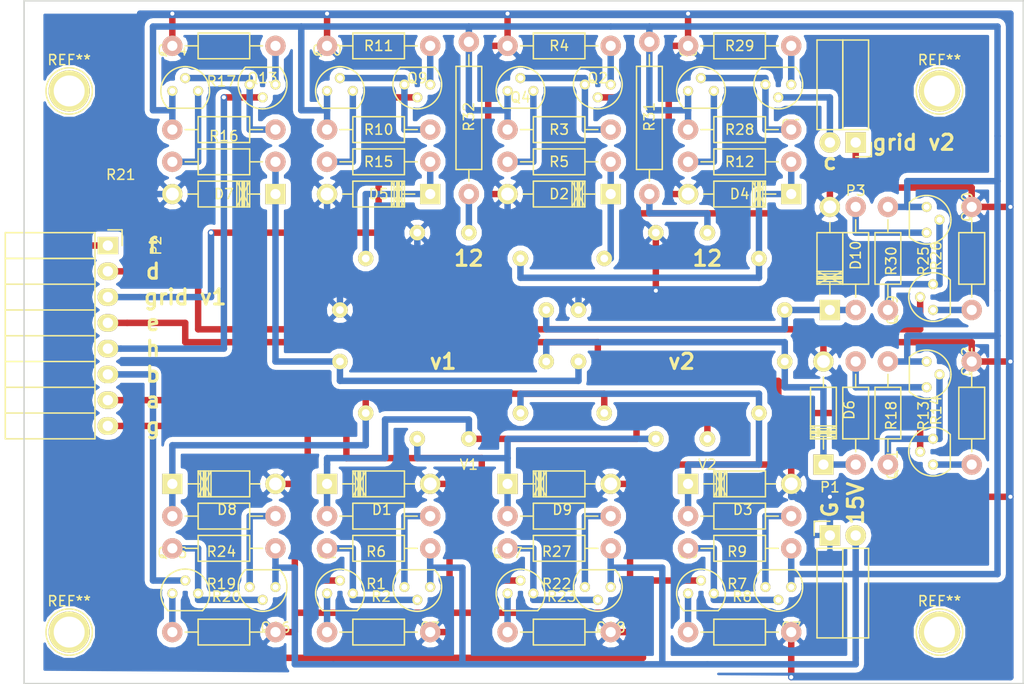
<source format=kicad_pcb>
(kicad_pcb (version 4) (host pcbnew 4.0.4+e1-6308~48~ubuntu15.10.1-stable)
  (layers (0 F.Cu signal) (31 B.Cu signal) (34 B.Paste user hide) (35 F.Paste user hide) (36 B.SilkS user hide) (37 F.SilkS user) (38 B.Mask user) (39 F.Mask user) (44 Edge.Cuts user))
  (net 0 "")
  (net 1 GND)
  (net 2 +15V)
  (net 3 "Net-(P2-Pad1)")
  (net 4 "Net-(P2-Pad2)")
  (net 5 "Net-(P2-Pad3)")
  (net 6 "Net-(P2-Pad4)")
  (net 7 "Net-(P2-Pad5)")
  (net 8 "Net-(P2-Pad6)")
  (net 9 "Net-(P2-Pad7)")
  (net 10 "Net-(P2-Pad8)")
  (net 11 "Net-(P3-Pad1)")
  (net 12 "Net-(Q1-Pad3)")
  (net 13 "Net-(Q2-Pad3)")
  (net 14 "Net-(Q5-Pad3)")
  (net 15 "Net-(Q7-Pad3)")
  (net 16 "Net-(Q11-Pad3)")
  (net 17 "Net-(Q13-Pad3)")
  (net 18 "Net-(Q15-Pad3)")
  (net 19 "Net-(Q17-Pad3)")
  (net 20 "Net-(P3-Pad2)")
  (net 21 "Net-(Q19-Pad3)")
  (net 22 /FILAMENT1)
  (net 23 /FILAMENT2)
  (net 24 "Net-(D1-Pad1)")
  (net 25 "Net-(D2-Pad1)")
  (net 26 "Net-(D3-Pad1)")
  (net 27 "Net-(D4-Pad1)")
  (net 28 "Net-(D5-Pad1)")
  (net 29 "Net-(D6-Pad1)")
  (net 30 "Net-(D7-Pad1)")
  (net 31 "Net-(D8-Pad1)")
  (net 32 "Net-(D9-Pad1)")
  (net 33 "Net-(D10-Pad1)")
  (net 34 "Net-(Q10-Pad2)")
  (net 35 "Net-(Q1-Pad1)")
  (net 36 "Net-(Q2-Pad1)")
  (net 37 "Net-(Q3-Pad3)")
  (net 38 "Net-(Q4-Pad3)")
  (net 39 "Net-(Q5-Pad1)")
  (net 40 "Net-(Q6-Pad3)")
  (net 41 "Net-(Q6-Pad1)")
  (net 42 "Net-(Q8-Pad3)")
  (net 43 "Net-(Q9-Pad1)")
  (net 44 "Net-(Q10-Pad3)")
  (net 45 "Net-(Q11-Pad1)")
  (net 46 "Net-(Q12-Pad3)")
  (net 47 "Net-(Q13-Pad1)")
  (net 48 "Net-(Q14-Pad3)")
  (net 49 "Net-(Q15-Pad1)")
  (net 50 "Net-(Q16-Pad3)")
  (net 51 "Net-(Q17-Pad1)")
  (net 52 "Net-(Q18-Pad3)")
  (net 53 "Net-(Q19-Pad1)")
  (net 54 "Net-(Q20-Pad3)")
  (module Resistors_ThroughHole:Resistor_Horizontal_RM10mm (layer F.Cu) (at 108.585 102.235 180)
    (fp_text reference R1 (at 5.32892 -3.50012 180) (layer F.SilkS))
    (fp_text value 100k)
    (pad 1 thru_hole circle (at 0 0 180) (size 1.99898 1.99898) (drill 1.00076) (layers *.Cu *.SilkS *.Mask) (net 2 +15V))
    (pad 2 thru_hole circle (at 10.16 0 180) (size 1.99898 1.99898) (drill 1.00076) (layers *.Cu *.SilkS *.Mask) (net 12 "Net-(Q1-Pad3)"))
  )
  (module Resistors_ThroughHole:Resistor_Horizontal_RM10mm (layer F.Cu) (at 144.145 52.705 180)
    (fp_text reference R29 (at 5.08 0 180) (layer F.SilkS))
    (fp_text value 51k)
    (pad 1 thru_hole circle (at 0 0 180) (size 1.99898 1.99898) (drill 1.00076) (layers *.Cu *.SilkS *.Mask) (net 41 "Net-(Q6-Pad1)"))
    (pad 2 thru_hole circle (at 10.16 0 180) (size 1.99898 1.99898) (drill 1.00076) (layers *.Cu *.SilkS *.Mask) (net 1 GND))
  )
  (module Resistors_ThroughHole:Resistor_Horizontal_RM10mm (layer F.Cu) (at 98.425 60.96)
    (fp_text reference R10 (at 5.08 0) (layer F.SilkS))
    (fp_text value 100k)
    (pad 1 thru_hole circle (at 0 0) (size 1.99898 1.99898) (drill 1.00076) (layers *.Cu *.SilkS *.Mask) (net 2 +15V))
    (pad 2 thru_hole circle (at 10.16 0) (size 1.99898 1.99898) (drill 1.00076) (layers *.Cu *.SilkS *.Mask) (net 34 "Net-(Q10-Pad2)"))
  )
  (module Socket_Strips:Socket_Strip_Angled_1x02 (layer F.Cu) (at 147.955 100.965)
    (fp_text reference P1 (at 0 -4.75) (layer F.SilkS))
    (fp_text value POWER)
    (pad 1 thru_hole rect (at 0 0) (size 2.032 2.032) (drill 1.016) (layers *.Cu *.Mask F.SilkS) (net 1 GND))
    (pad 2 thru_hole oval (at 2.54 0) (size 2.032 2.032) (drill 1.016) (layers *.Cu *.Mask F.SilkS) (net 2 +15V))
  )
  (module Socket_Strips:Socket_Strip_Angled_1x08 (layer F.Cu) (at 76.835 72.39 270)
    (fp_text reference P2 (at 0 -4.75 270) (layer F.SilkS))
    (fp_text value SEGMENTS_CONTROL)
    (pad 1 thru_hole rect (at 0 0 270) (size 1.7272 2.032) (drill 1.016) (layers *.Cu *.Mask F.SilkS) (net 3 "Net-(P2-Pad1)"))
    (pad 2 thru_hole oval (at 2.54 0 270) (size 1.7272 2.032) (drill 1.016) (layers *.Cu *.Mask F.SilkS) (net 4 "Net-(P2-Pad2)"))
    (pad 3 thru_hole oval (at 5.08 0 270) (size 1.7272 2.032) (drill 1.016) (layers *.Cu *.Mask F.SilkS) (net 5 "Net-(P2-Pad3)"))
    (pad 4 thru_hole oval (at 7.62 0 270) (size 1.7272 2.032) (drill 1.016) (layers *.Cu *.Mask F.SilkS) (net 6 "Net-(P2-Pad4)"))
    (pad 5 thru_hole oval (at 10.16 0 270) (size 1.7272 2.032) (drill 1.016) (layers *.Cu *.Mask F.SilkS) (net 7 "Net-(P2-Pad5)"))
    (pad 6 thru_hole oval (at 12.7 0 270) (size 1.7272 2.032) (drill 1.016) (layers *.Cu *.Mask F.SilkS) (net 8 "Net-(P2-Pad6)"))
    (pad 7 thru_hole oval (at 15.24 0 270) (size 1.7272 2.032) (drill 1.016) (layers *.Cu *.Mask F.SilkS) (net 9 "Net-(P2-Pad7)"))
    (pad 8 thru_hole oval (at 17.78 0 270) (size 1.7272 2.032) (drill 1.016) (layers *.Cu *.Mask F.SilkS) (net 10 "Net-(P2-Pad8)"))
  )
  (module Resistors_ThroughHole:Resistor_Horizontal_RM10mm (layer F.Cu) (at 98.425 110.49)
    (fp_text reference R2 (at 5.32892 -3.50012) (layer F.SilkS))
    (fp_text value 51k)
    (pad 1 thru_hole circle (at 0 0) (size 1.99898 1.99898) (drill 1.00076) (layers *.Cu *.SilkS *.Mask) (net 35 "Net-(Q1-Pad1)"))
    (pad 2 thru_hole circle (at 10.16 0) (size 1.99898 1.99898) (drill 1.00076) (layers *.Cu *.SilkS *.Mask) (net 1 GND))
  )
  (module Resistors_ThroughHole:Resistor_Horizontal_RM10mm (layer F.Cu) (at 116.205 60.96)
    (fp_text reference R3 (at 5.08 0) (layer F.SilkS))
    (fp_text value 100k)
    (pad 1 thru_hole circle (at 0 0) (size 1.99898 1.99898) (drill 1.00076) (layers *.Cu *.SilkS *.Mask) (net 2 +15V))
    (pad 2 thru_hole circle (at 10.16 0) (size 1.99898 1.99898) (drill 1.00076) (layers *.Cu *.SilkS *.Mask) (net 13 "Net-(Q2-Pad3)"))
  )
  (module Resistors_ThroughHole:Resistor_Horizontal_RM10mm (layer F.Cu) (at 126.365 52.705 180)
    (fp_text reference R4 (at 5.08 0 180) (layer F.SilkS))
    (fp_text value 51k)
    (pad 1 thru_hole circle (at 0 0 180) (size 1.99898 1.99898) (drill 1.00076) (layers *.Cu *.SilkS *.Mask) (net 36 "Net-(Q2-Pad1)"))
    (pad 2 thru_hole circle (at 10.16 0 180) (size 1.99898 1.99898) (drill 1.00076) (layers *.Cu *.SilkS *.Mask) (net 1 GND))
  )
  (module Resistors_ThroughHole:Resistor_Horizontal_RM10mm (layer F.Cu) (at 144.145 102.235 180)
    (fp_text reference R7 (at 5.32892 -3.50012 180) (layer F.SilkS))
    (fp_text value 100k)
    (pad 1 thru_hole circle (at 0 0 180) (size 1.99898 1.99898) (drill 1.00076) (layers *.Cu *.SilkS *.Mask) (net 2 +15V))
    (pad 2 thru_hole circle (at 10.16 0 180) (size 1.99898 1.99898) (drill 1.00076) (layers *.Cu *.SilkS *.Mask) (net 14 "Net-(Q5-Pad3)"))
  )
  (module Resistors_ThroughHole:Resistor_Horizontal_RM10mm (layer F.Cu) (at 133.985 110.49)
    (fp_text reference R8 (at 5.32892 -3.50012) (layer F.SilkS))
    (fp_text value 51k)
    (pad 1 thru_hole circle (at 0 0) (size 1.99898 1.99898) (drill 1.00076) (layers *.Cu *.SilkS *.Mask) (net 39 "Net-(Q5-Pad1)"))
    (pad 2 thru_hole circle (at 10.16 0) (size 1.99898 1.99898) (drill 1.00076) (layers *.Cu *.SilkS *.Mask) (net 1 GND))
  )
  (module Resistors_ThroughHole:Resistor_Horizontal_RM10mm (layer F.Cu) (at 108.585 52.705 180)
    (fp_text reference R11 (at 5.08 0 180) (layer F.SilkS))
    (fp_text value 51k)
    (pad 1 thru_hole circle (at 0 0 180) (size 1.99898 1.99898) (drill 1.00076) (layers *.Cu *.SilkS *.Mask) (net 43 "Net-(Q9-Pad1)"))
    (pad 2 thru_hole circle (at 10.16 0 180) (size 1.99898 1.99898) (drill 1.00076) (layers *.Cu *.SilkS *.Mask) (net 1 GND))
  )
  (module Resistors_ThroughHole:Resistor_Horizontal_RM10mm (layer F.Cu) (at 153.67 83.82 270)
    (fp_text reference R13 (at 5.32892 -3.50012 270) (layer F.SilkS))
    (fp_text value 100k)
    (pad 1 thru_hole circle (at 0 0 270) (size 1.99898 1.99898) (drill 1.00076) (layers *.Cu *.SilkS *.Mask) (net 2 +15V))
    (pad 2 thru_hole circle (at 10.16 0 270) (size 1.99898 1.99898) (drill 1.00076) (layers *.Cu *.SilkS *.Mask) (net 16 "Net-(Q11-Pad3)"))
  )
  (module Resistors_ThroughHole:Resistor_Horizontal_RM10mm (layer F.Cu) (at 161.925 93.98 90)
    (fp_text reference R14 (at 5.32892 -3.50012 90) (layer F.SilkS))
    (fp_text value 51k)
    (pad 1 thru_hole circle (at 0 0 90) (size 1.99898 1.99898) (drill 1.00076) (layers *.Cu *.SilkS *.Mask) (net 45 "Net-(Q11-Pad1)"))
    (pad 2 thru_hole circle (at 10.16 0 90) (size 1.99898 1.99898) (drill 1.00076) (layers *.Cu *.SilkS *.Mask) (net 1 GND))
  )
  (module Resistors_ThroughHole:Resistor_Horizontal_RM10mm (layer F.Cu) (at 83.185 60.96)
    (fp_text reference R16 (at 5.08 0.635) (layer F.SilkS))
    (fp_text value 100k)
    (pad 1 thru_hole circle (at 0 0) (size 1.99898 1.99898) (drill 1.00076) (layers *.Cu *.SilkS *.Mask) (net 2 +15V))
    (pad 2 thru_hole circle (at 10.16 0) (size 1.99898 1.99898) (drill 1.00076) (layers *.Cu *.SilkS *.Mask) (net 17 "Net-(Q13-Pad3)"))
  )
  (module Resistors_ThroughHole:Resistor_Horizontal_RM10mm (layer F.Cu) (at 93.345 52.705 180)
    (fp_text reference R17 (at 5.32892 -3.50012 180) (layer F.SilkS))
    (fp_text value 51k)
    (pad 1 thru_hole circle (at 0 0 180) (size 1.99898 1.99898) (drill 1.00076) (layers *.Cu *.SilkS *.Mask) (net 47 "Net-(Q13-Pad1)"))
    (pad 2 thru_hole circle (at 10.16 0 180) (size 1.99898 1.99898) (drill 1.00076) (layers *.Cu *.SilkS *.Mask) (net 1 GND))
  )
  (module Resistors_ThroughHole:Resistor_Horizontal_RM10mm (layer F.Cu) (at 93.345 102.235 180)
    (fp_text reference R19 (at 5.32892 -3.50012 180) (layer F.SilkS))
    (fp_text value 100k)
    (pad 1 thru_hole circle (at 0 0 180) (size 1.99898 1.99898) (drill 1.00076) (layers *.Cu *.SilkS *.Mask) (net 2 +15V))
    (pad 2 thru_hole circle (at 10.16 0 180) (size 1.99898 1.99898) (drill 1.00076) (layers *.Cu *.SilkS *.Mask) (net 18 "Net-(Q15-Pad3)"))
  )
  (module Resistors_ThroughHole:Resistor_Horizontal_RM10mm (layer F.Cu) (at 83.185 110.49)
    (fp_text reference R20 (at 5.32892 -3.50012) (layer F.SilkS))
    (fp_text value 51k)
    (pad 1 thru_hole circle (at 0 0) (size 1.99898 1.99898) (drill 1.00076) (layers *.Cu *.SilkS *.Mask) (net 49 "Net-(Q15-Pad1)"))
    (pad 2 thru_hole circle (at 10.16 0) (size 1.99898 1.99898) (drill 1.00076) (layers *.Cu *.SilkS *.Mask) (net 1 GND))
  )
  (module Resistors_ThroughHole:Resistor_Horizontal_RM10mm (layer F.Cu) (at 126.365 102.235 180)
    (fp_text reference R22 (at 5.32892 -3.50012 180) (layer F.SilkS))
    (fp_text value 100k)
    (pad 1 thru_hole circle (at 0 0 180) (size 1.99898 1.99898) (drill 1.00076) (layers *.Cu *.SilkS *.Mask) (net 2 +15V))
    (pad 2 thru_hole circle (at 10.16 0 180) (size 1.99898 1.99898) (drill 1.00076) (layers *.Cu *.SilkS *.Mask) (net 19 "Net-(Q17-Pad3)"))
  )
  (module Resistors_ThroughHole:Resistor_Horizontal_RM10mm (layer F.Cu) (at 116.205 110.49)
    (fp_text reference R23 (at 5.32892 -3.50012) (layer F.SilkS))
    (fp_text value 51k)
    (pad 1 thru_hole circle (at 0 0) (size 1.99898 1.99898) (drill 1.00076) (layers *.Cu *.SilkS *.Mask) (net 51 "Net-(Q17-Pad1)"))
    (pad 2 thru_hole circle (at 10.16 0) (size 1.99898 1.99898) (drill 1.00076) (layers *.Cu *.SilkS *.Mask) (net 1 GND))
  )
  (module Resistors_ThroughHole:Resistor_Horizontal_RM10mm (layer F.Cu) (at 153.67 68.58 270)
    (fp_text reference R25 (at 5.32892 -3.50012 270) (layer F.SilkS))
    (fp_text value 100k)
    (pad 1 thru_hole circle (at 0 0 270) (size 1.99898 1.99898) (drill 1.00076) (layers *.Cu *.SilkS *.Mask) (net 2 +15V))
    (pad 2 thru_hole circle (at 10.16 0 270) (size 1.99898 1.99898) (drill 1.00076) (layers *.Cu *.SilkS *.Mask) (net 21 "Net-(Q19-Pad3)"))
  )
  (module Resistors_ThroughHole:Resistor_Horizontal_RM10mm (layer F.Cu) (at 161.925 78.74 90)
    (fp_text reference R26 (at 5.32892 -3.50012 90) (layer F.SilkS))
    (fp_text value 51k)
    (pad 1 thru_hole circle (at 0 0 90) (size 1.99898 1.99898) (drill 1.00076) (layers *.Cu *.SilkS *.Mask) (net 53 "Net-(Q19-Pad1)"))
    (pad 2 thru_hole circle (at 10.16 0 90) (size 1.99898 1.99898) (drill 1.00076) (layers *.Cu *.SilkS *.Mask) (net 1 GND))
  )
  (module Socket_Strips:Socket_Strip_Angled_1x02 (layer F.Cu) (at 150.495 62.23 180)
    (fp_text reference P3 (at 0 -4.75 180) (layer F.SilkS))
    (fp_text value GRID_CONTROL)
    (pad 1 thru_hole rect (at 0 0 180) (size 2.032 2.032) (drill 1.016) (layers *.Cu *.Mask F.SilkS) (net 11 "Net-(P3-Pad1)"))
    (pad 2 thru_hole oval (at 2.54 0 180) (size 2.032 2.032) (drill 1.016) (layers *.Cu *.Mask F.SilkS) (net 20 "Net-(P3-Pad2)"))
  )
  (module Resistors_ThroughHole:Resistor_Horizontal_RM10mm (layer F.Cu) (at 133.985 60.96)
    (fp_text reference R28 (at 5.08 0) (layer F.SilkS))
    (fp_text value 100k)
    (pad 1 thru_hole circle (at 0 0) (size 1.99898 1.99898) (drill 1.00076) (layers *.Cu *.SilkS *.Mask) (net 2 +15V))
    (pad 2 thru_hole circle (at 10.16 0) (size 1.99898 1.99898) (drill 1.00076) (layers *.Cu *.SilkS *.Mask) (net 40 "Net-(Q6-Pad3)"))
  )
  (module Resistors_ThroughHole:Resistor_Horizontal_RM15mm (layer F.Cu) (at 130.175 67.31 90)
    (fp_text reference R31 (at 7.62 0 90) (layer F.SilkS))
    (fp_text value "620 1W")
    (pad 1 thru_hole circle (at 0 0 90) (size 1.99898 1.99898) (drill 1.00076) (layers *.Cu *.SilkS *.Mask) (net 22 /FILAMENT1))
    (pad 2 thru_hole circle (at 15 0 90) (size 1.99898 1.99898) (drill 1.00076) (layers *.Cu *.SilkS *.Mask) (net 2 +15V))
  )
  (module Resistors_ThroughHole:Resistor_Horizontal_RM15mm (layer F.Cu) (at 112.395 67.31 90)
    (fp_text reference R32 (at 7.62 0 90) (layer F.SilkS))
    (fp_text value "620 1W")
    (pad 1 thru_hole circle (at 0 0 90) (size 1.99898 1.99898) (drill 1.00076) (layers *.Cu *.SilkS *.Mask) (net 23 /FILAMENT2))
    (pad 2 thru_hole circle (at 15 0 90) (size 1.99898 1.99898) (drill 1.00076) (layers *.Cu *.SilkS *.Mask) (net 2 +15V))
  )
  (module Diodes_ThroughHole:Diode_DO-41_SOD81_Horizontal_RM10 (layer F.Cu) (at 98.425 95.885)
    (fp_text reference D1 (at 5.38734 2.53746) (layer F.SilkS))
    (fp_text value 12V)
    (pad 2 thru_hole circle (at 10.16 -0.00254 180) (size 1.99898 1.99898) (drill 1.27) (layers *.Cu *.Mask F.SilkS) (net 1 GND))
    (pad 1 thru_hole rect (at 0 -0.00254 180) (size 1.99898 1.99898) (drill 1.00076) (layers *.Cu *.Mask F.SilkS) (net 24 "Net-(D1-Pad1)"))
  )
  (module Diodes_ThroughHole:Diode_DO-41_SOD81_Horizontal_RM10 (layer F.Cu) (at 126.365 67.31 180)
    (fp_text reference D2 (at 5.08 0 180) (layer F.SilkS))
    (fp_text value 12V)
    (pad 2 thru_hole circle (at 10.16 -0.00254) (size 1.99898 1.99898) (drill 1.27) (layers *.Cu *.Mask F.SilkS) (net 1 GND))
    (pad 1 thru_hole rect (at 0 -0.00254) (size 1.99898 1.99898) (drill 1.00076) (layers *.Cu *.Mask F.SilkS) (net 25 "Net-(D2-Pad1)"))
  )
  (module Diodes_ThroughHole:Diode_DO-41_SOD81_Horizontal_RM10 (layer F.Cu) (at 133.985 95.885)
    (fp_text reference D3 (at 5.38734 2.53746) (layer F.SilkS))
    (fp_text value 12V)
    (pad 2 thru_hole circle (at 10.16 -0.00254 180) (size 1.99898 1.99898) (drill 1.27) (layers *.Cu *.Mask F.SilkS) (net 1 GND))
    (pad 1 thru_hole rect (at 0 -0.00254 180) (size 1.99898 1.99898) (drill 1.00076) (layers *.Cu *.Mask F.SilkS) (net 26 "Net-(D3-Pad1)"))
  )
  (module Diodes_ThroughHole:Diode_DO-41_SOD81_Horizontal_RM10 (layer F.Cu) (at 144.145 67.31 180)
    (fp_text reference D4 (at 5.08 0 180) (layer F.SilkS))
    (fp_text value 12V)
    (pad 2 thru_hole circle (at 10.16 -0.00254) (size 1.99898 1.99898) (drill 1.27) (layers *.Cu *.Mask F.SilkS) (net 1 GND))
    (pad 1 thru_hole rect (at 0 -0.00254) (size 1.99898 1.99898) (drill 1.00076) (layers *.Cu *.Mask F.SilkS) (net 27 "Net-(D4-Pad1)"))
  )
  (module Diodes_ThroughHole:Diode_DO-41_SOD81_Horizontal_RM10 (layer F.Cu) (at 108.585 67.31 180)
    (fp_text reference D5 (at 5.08 0 180) (layer F.SilkS))
    (fp_text value 12V)
    (pad 2 thru_hole circle (at 10.16 -0.00254) (size 1.99898 1.99898) (drill 1.27) (layers *.Cu *.Mask F.SilkS) (net 1 GND))
    (pad 1 thru_hole rect (at 0 -0.00254) (size 1.99898 1.99898) (drill 1.00076) (layers *.Cu *.Mask F.SilkS) (net 28 "Net-(D5-Pad1)"))
  )
  (module Diodes_ThroughHole:Diode_DO-41_SOD81_Horizontal_RM10 (layer F.Cu) (at 147.32 93.98 90)
    (fp_text reference D6 (at 5.38734 2.53746 90) (layer F.SilkS))
    (fp_text value 12V)
    (pad 2 thru_hole circle (at 10.16 -0.00254 270) (size 1.99898 1.99898) (drill 1.27) (layers *.Cu *.Mask F.SilkS) (net 1 GND))
    (pad 1 thru_hole rect (at 0 -0.00254 270) (size 1.99898 1.99898) (drill 1.00076) (layers *.Cu *.Mask F.SilkS) (net 29 "Net-(D6-Pad1)"))
  )
  (module Diodes_ThroughHole:Diode_DO-41_SOD81_Horizontal_RM10 (layer F.Cu) (at 93.345 67.31 180)
    (fp_text reference D7 (at 5.08 0 180) (layer F.SilkS))
    (fp_text value 12V)
    (pad 2 thru_hole circle (at 10.16 -0.00254) (size 1.99898 1.99898) (drill 1.27) (layers *.Cu *.Mask F.SilkS) (net 1 GND))
    (pad 1 thru_hole rect (at 0 -0.00254) (size 1.99898 1.99898) (drill 1.00076) (layers *.Cu *.Mask F.SilkS) (net 30 "Net-(D7-Pad1)"))
  )
  (module Diodes_ThroughHole:Diode_DO-41_SOD81_Horizontal_RM10 (layer F.Cu) (at 83.185 95.885)
    (fp_text reference D8 (at 5.38734 2.53746) (layer F.SilkS))
    (fp_text value 12V)
    (pad 2 thru_hole circle (at 10.16 -0.00254 180) (size 1.99898 1.99898) (drill 1.27) (layers *.Cu *.Mask F.SilkS) (net 1 GND))
    (pad 1 thru_hole rect (at 0 -0.00254 180) (size 1.99898 1.99898) (drill 1.00076) (layers *.Cu *.Mask F.SilkS) (net 31 "Net-(D8-Pad1)"))
  )
  (module Diodes_ThroughHole:Diode_DO-41_SOD81_Horizontal_RM10 (layer F.Cu) (at 116.205 95.885)
    (fp_text reference D9 (at 5.38734 2.53746) (layer F.SilkS))
    (fp_text value 12V)
    (pad 2 thru_hole circle (at 10.16 -0.00254 180) (size 1.99898 1.99898) (drill 1.27) (layers *.Cu *.Mask F.SilkS) (net 1 GND))
    (pad 1 thru_hole rect (at 0 -0.00254 180) (size 1.99898 1.99898) (drill 1.00076) (layers *.Cu *.Mask F.SilkS) (net 32 "Net-(D9-Pad1)"))
  )
  (module Diodes_ThroughHole:Diode_DO-41_SOD81_Horizontal_RM10 (layer F.Cu) (at 147.955 78.74 90)
    (fp_text reference D10 (at 5.38734 2.53746 90) (layer F.SilkS))
    (fp_text value 12V)
    (pad 2 thru_hole circle (at 10.16 -0.00254 270) (size 1.99898 1.99898) (drill 1.27) (layers *.Cu *.Mask F.SilkS) (net 1 GND))
    (pad 1 thru_hole rect (at 0 -0.00254 270) (size 1.99898 1.99898) (drill 1.00076) (layers *.Cu *.Mask F.SilkS) (net 33 "Net-(D10-Pad1)"))
  )
  (module Resistors_ThroughHole:Resistor_Horizontal_RM10mm (layer F.Cu) (at 116.205 64.135)
    (fp_text reference R5 (at 5.08 0) (layer F.SilkS))
    (fp_text value 100)
    (pad 1 thru_hole circle (at 0 0) (size 1.99898 1.99898) (drill 1.00076) (layers *.Cu *.SilkS *.Mask) (net 38 "Net-(Q4-Pad3)"))
    (pad 2 thru_hole circle (at 10.16 0) (size 1.99898 1.99898) (drill 1.00076) (layers *.Cu *.SilkS *.Mask) (net 25 "Net-(D2-Pad1)"))
  )
  (module Resistors_ThroughHole:Resistor_Horizontal_RM10mm (layer F.Cu) (at 108.585 99.06 180)
    (fp_text reference R6 (at 5.32892 -3.50012 180) (layer F.SilkS))
    (fp_text value 100)
    (pad 1 thru_hole circle (at 0 0 180) (size 1.99898 1.99898) (drill 1.00076) (layers *.Cu *.SilkS *.Mask) (net 37 "Net-(Q3-Pad3)"))
    (pad 2 thru_hole circle (at 10.16 0 180) (size 1.99898 1.99898) (drill 1.00076) (layers *.Cu *.SilkS *.Mask) (net 24 "Net-(D1-Pad1)"))
  )
  (module Resistors_ThroughHole:Resistor_Horizontal_RM10mm (layer F.Cu) (at 144.145 99.06 180)
    (fp_text reference R9 (at 5.32892 -3.50012 180) (layer F.SilkS))
    (fp_text value 100)
    (pad 1 thru_hole circle (at 0 0 180) (size 1.99898 1.99898) (drill 1.00076) (layers *.Cu *.SilkS *.Mask) (net 15 "Net-(Q7-Pad3)"))
    (pad 2 thru_hole circle (at 10.16 0 180) (size 1.99898 1.99898) (drill 1.00076) (layers *.Cu *.SilkS *.Mask) (net 26 "Net-(D3-Pad1)"))
  )
  (module Resistors_ThroughHole:Resistor_Horizontal_RM10mm (layer F.Cu) (at 133.985 64.135)
    (fp_text reference R12 (at 5.08 0) (layer F.SilkS))
    (fp_text value 100)
    (pad 1 thru_hole circle (at 0 0) (size 1.99898 1.99898) (drill 1.00076) (layers *.Cu *.SilkS *.Mask) (net 42 "Net-(Q8-Pad3)"))
    (pad 2 thru_hole circle (at 10.16 0) (size 1.99898 1.99898) (drill 1.00076) (layers *.Cu *.SilkS *.Mask) (net 27 "Net-(D4-Pad1)"))
  )
  (module Resistors_ThroughHole:Resistor_Horizontal_RM10mm (layer F.Cu) (at 98.425 64.135)
    (fp_text reference R15 (at 5.08 0) (layer F.SilkS))
    (fp_text value 100)
    (pad 1 thru_hole circle (at 0 0) (size 1.99898 1.99898) (drill 1.00076) (layers *.Cu *.SilkS *.Mask) (net 44 "Net-(Q10-Pad3)"))
    (pad 2 thru_hole circle (at 10.16 0) (size 1.99898 1.99898) (drill 1.00076) (layers *.Cu *.SilkS *.Mask) (net 28 "Net-(D5-Pad1)"))
  )
  (module Resistors_ThroughHole:Resistor_Horizontal_RM10mm (layer F.Cu) (at 150.495 83.82 270)
    (fp_text reference R18 (at 5.32892 -3.50012 270) (layer F.SilkS))
    (fp_text value 100)
    (pad 1 thru_hole circle (at 0 0 270) (size 1.99898 1.99898) (drill 1.00076) (layers *.Cu *.SilkS *.Mask) (net 46 "Net-(Q12-Pad3)"))
    (pad 2 thru_hole circle (at 10.16 0 270) (size 1.99898 1.99898) (drill 1.00076) (layers *.Cu *.SilkS *.Mask) (net 29 "Net-(D6-Pad1)"))
  )
  (module Resistors_ThroughHole:Resistor_Horizontal_RM10mm (layer F.Cu) (at 83.185 64.135)
    (fp_text reference R21 (at -5.08 1.27) (layer F.SilkS))
    (fp_text value 100)
    (pad 1 thru_hole circle (at 0 0) (size 1.99898 1.99898) (drill 1.00076) (layers *.Cu *.SilkS *.Mask) (net 48 "Net-(Q14-Pad3)"))
    (pad 2 thru_hole circle (at 10.16 0) (size 1.99898 1.99898) (drill 1.00076) (layers *.Cu *.SilkS *.Mask) (net 30 "Net-(D7-Pad1)"))
  )
  (module Resistors_ThroughHole:Resistor_Horizontal_RM10mm (layer F.Cu) (at 93.345 99.06 180)
    (fp_text reference R24 (at 5.32892 -3.50012 180) (layer F.SilkS))
    (fp_text value 100)
    (pad 1 thru_hole circle (at 0 0 180) (size 1.99898 1.99898) (drill 1.00076) (layers *.Cu *.SilkS *.Mask) (net 50 "Net-(Q16-Pad3)"))
    (pad 2 thru_hole circle (at 10.16 0 180) (size 1.99898 1.99898) (drill 1.00076) (layers *.Cu *.SilkS *.Mask) (net 31 "Net-(D8-Pad1)"))
  )
  (module Resistors_ThroughHole:Resistor_Horizontal_RM10mm (layer F.Cu) (at 126.365 99.06 180)
    (fp_text reference R27 (at 5.32892 -3.50012 180) (layer F.SilkS))
    (fp_text value 100)
    (pad 1 thru_hole circle (at 0 0 180) (size 1.99898 1.99898) (drill 1.00076) (layers *.Cu *.SilkS *.Mask) (net 52 "Net-(Q18-Pad3)"))
    (pad 2 thru_hole circle (at 10.16 0 180) (size 1.99898 1.99898) (drill 1.00076) (layers *.Cu *.SilkS *.Mask) (net 32 "Net-(D9-Pad1)"))
  )
  (module Resistors_ThroughHole:Resistor_Horizontal_RM10mm (layer F.Cu) (at 150.495 68.58 270)
    (fp_text reference R30 (at 5.32892 -3.50012 270) (layer F.SilkS))
    (fp_text value 100)
    (pad 1 thru_hole circle (at 0 0 270) (size 1.99898 1.99898) (drill 1.00076) (layers *.Cu *.SilkS *.Mask) (net 54 "Net-(Q20-Pad3)"))
    (pad 2 thru_hole circle (at 10.16 0 270) (size 1.99898 1.99898) (drill 1.00076) (layers *.Cu *.SilkS *.Mask) (net 33 "Net-(D10-Pad1)"))
  )
  (module vfd:LD-8035-PERFBOARD (layer F.Cu) (at 109.855 81.28)
    (fp_text reference V1 (at 2.54 12.7) (layer F.SilkS))
    (fp_text value ld8035e)
    (pad 3 thru_hole circle (at -10.16 -2.54 180) (size 1.524 1.524) (drill 0.762) (layers *.Cu *.Mask F.SilkS) (net 1 GND))
    (pad 4 thru_hole circle (at -10.16 2.54 180) (size 1.524 1.524) (drill 0.762) (layers *.Cu *.Mask F.SilkS) (net 30 "Net-(D7-Pad1)"))
    (pad 5 thru_hole circle (at -7.62 7.62 180) (size 1.524 1.524) (drill 0.762) (layers *.Cu *.Mask F.SilkS) (net 31 "Net-(D8-Pad1)"))
    (pad 9 thru_hole circle (at 10.16 2.54 180) (size 1.524 1.524) (drill 0.762) (layers *.Cu *.Mask F.SilkS) (net 29 "Net-(D6-Pad1)"))
    (pad 10 thru_hole circle (at 10.16 -2.54 180) (size 1.524 1.524) (drill 0.762) (layers *.Cu *.Mask F.SilkS) (net 33 "Net-(D10-Pad1)"))
    (pad 11 thru_hole circle (at 7.62 -7.62 180) (size 1.524 1.524) (drill 0.762) (layers *.Cu *.Mask F.SilkS) (net 27 "Net-(D4-Pad1)"))
    (pad 12 thru_hole circle (at 2.54 -10.16 180) (size 1.524 1.524) (drill 0.762) (layers *.Cu *.Mask F.SilkS) (net 23 /FILAMENT2))
    (pad 1 thru_hole circle (at -2.54 -10.16 180) (size 1.524 1.524) (drill 0.762) (layers *.Cu *.Mask F.SilkS) (net 1 GND))
    (pad 2 thru_hole circle (at -7.62 -7.62 180) (size 1.524 1.524) (drill 0.762) (layers *.Cu *.Mask F.SilkS) (net 28 "Net-(D5-Pad1)"))
    (pad 6 thru_hole circle (at -2.54 10.16 180) (size 1.524 1.524) (drill 0.762) (layers *.Cu *.Mask F.SilkS) (net 32 "Net-(D9-Pad1)"))
    (pad 7 thru_hole circle (at 2.54 10.16 180) (size 1.524 1.524) (drill 0.762) (layers *.Cu *.Mask F.SilkS) (net 24 "Net-(D1-Pad1)"))
    (pad 8 thru_hole circle (at 7.62 7.62 180) (size 1.524 1.524) (drill 0.762) (layers *.Cu *.Mask F.SilkS) (net 26 "Net-(D3-Pad1)"))
  )
  (module vfd:LD-8035-PERFBOARD (layer F.Cu) (at 133.35 81.28)
    (fp_text reference V2 (at 2.54 12.7) (layer F.SilkS))
    (fp_text value ld8035e)
    (pad 3 thru_hole circle (at -10.16 -2.54 180) (size 1.524 1.524) (drill 0.762) (layers *.Cu *.Mask F.SilkS) (net 1 GND))
    (pad 4 thru_hole circle (at -10.16 2.54 180) (size 1.524 1.524) (drill 0.762) (layers *.Cu *.Mask F.SilkS) (net 30 "Net-(D7-Pad1)"))
    (pad 5 thru_hole circle (at -7.62 7.62 180) (size 1.524 1.524) (drill 0.762) (layers *.Cu *.Mask F.SilkS) (net 31 "Net-(D8-Pad1)"))
    (pad 9 thru_hole circle (at 10.16 2.54 180) (size 1.524 1.524) (drill 0.762) (layers *.Cu *.Mask F.SilkS) (net 29 "Net-(D6-Pad1)"))
    (pad 10 thru_hole circle (at 10.16 -2.54 180) (size 1.524 1.524) (drill 0.762) (layers *.Cu *.Mask F.SilkS) (net 33 "Net-(D10-Pad1)"))
    (pad 11 thru_hole circle (at 7.62 -7.62 180) (size 1.524 1.524) (drill 0.762) (layers *.Cu *.Mask F.SilkS) (net 27 "Net-(D4-Pad1)"))
    (pad 12 thru_hole circle (at 2.54 -10.16 180) (size 1.524 1.524) (drill 0.762) (layers *.Cu *.Mask F.SilkS) (net 22 /FILAMENT1))
    (pad 1 thru_hole circle (at -2.54 -10.16 180) (size 1.524 1.524) (drill 0.762) (layers *.Cu *.Mask F.SilkS) (net 1 GND))
    (pad 2 thru_hole circle (at -7.62 -7.62 180) (size 1.524 1.524) (drill 0.762) (layers *.Cu *.Mask F.SilkS) (net 25 "Net-(D2-Pad1)"))
    (pad 6 thru_hole circle (at -2.54 10.16 180) (size 1.524 1.524) (drill 0.762) (layers *.Cu *.Mask F.SilkS) (net 32 "Net-(D9-Pad1)"))
    (pad 7 thru_hole circle (at 2.54 10.16 180) (size 1.524 1.524) (drill 0.762) (layers *.Cu *.Mask F.SilkS) (net 24 "Net-(D1-Pad1)"))
    (pad 8 thru_hole circle (at 7.62 7.62 180) (size 1.524 1.524) (drill 0.762) (layers *.Cu *.Mask F.SilkS) (net 26 "Net-(D3-Pad1)"))
  )
  (module TO_SOT_Packages_THT:TO-92_Molded_Narrow (layer F.Cu) (at 98.425 106.68)
    (fp_text reference Q1 (at 0 -4) (layer F.SilkS))
    (fp_text value 2N3904)
    (pad 2 thru_hole circle (at 1.27 -1.27 90) (size 1.00076 1.00076) (drill 0.6) (layers *.Cu *.Mask F.SilkS) (net 10 "Net-(P2-Pad8)"))
    (pad 3 thru_hole circle (at 2.54 0 90) (size 1.00076 1.00076) (drill 0.6) (layers *.Cu *.Mask F.SilkS) (net 12 "Net-(Q1-Pad3)"))
    (pad 1 thru_hole circle (at 0 0 90) (size 1.00076 1.00076) (drill 0.6) (layers *.Cu *.Mask F.SilkS) (net 35 "Net-(Q1-Pad1)"))
  )
  (module TO_SOT_Packages_THT:TO-92_Molded_Narrow (layer F.Cu) (at 126.365 56.515 180)
    (fp_text reference Q2 (at 1.27 0.635 180) (layer F.SilkS))
    (fp_text value 2N3904)
    (pad 2 thru_hole circle (at 1.27 -1.27 270) (size 1.00076 1.00076) (drill 0.6) (layers *.Cu *.Mask F.SilkS) (net 11 "Net-(P3-Pad1)"))
    (pad 3 thru_hole circle (at 2.54 0 270) (size 1.00076 1.00076) (drill 0.6) (layers *.Cu *.Mask F.SilkS) (net 13 "Net-(Q2-Pad3)"))
    (pad 1 thru_hole circle (at 0 0 270) (size 1.00076 1.00076) (drill 0.6) (layers *.Cu *.Mask F.SilkS) (net 36 "Net-(Q2-Pad1)"))
  )
  (module TO_SOT_Packages_THT:TO-92_Molded_Narrow (layer F.Cu) (at 108.585 106.045 180)
    (fp_text reference Q3 (at 0 -4 180) (layer F.SilkS))
    (fp_text value 2N3906)
    (pad 2 thru_hole circle (at 1.27 -1.27 270) (size 1.00076 1.00076) (drill 0.6) (layers *.Cu *.Mask F.SilkS) (net 12 "Net-(Q1-Pad3)"))
    (pad 3 thru_hole circle (at 2.54 0 270) (size 1.00076 1.00076) (drill 0.6) (layers *.Cu *.Mask F.SilkS) (net 37 "Net-(Q3-Pad3)"))
    (pad 1 thru_hole circle (at 0 0 270) (size 1.00076 1.00076) (drill 0.6) (layers *.Cu *.Mask F.SilkS) (net 2 +15V))
  )
  (module TO_SOT_Packages_THT:TO-92_Molded_Narrow (layer F.Cu) (at 116.205 57.15)
    (fp_text reference Q4 (at 1.27 0.635) (layer F.SilkS))
    (fp_text value 2N3906)
    (pad 2 thru_hole circle (at 1.27 -1.27 90) (size 1.00076 1.00076) (drill 0.6) (layers *.Cu *.Mask F.SilkS) (net 13 "Net-(Q2-Pad3)"))
    (pad 3 thru_hole circle (at 2.54 0 90) (size 1.00076 1.00076) (drill 0.6) (layers *.Cu *.Mask F.SilkS) (net 38 "Net-(Q4-Pad3)"))
    (pad 1 thru_hole circle (at 0 0 90) (size 1.00076 1.00076) (drill 0.6) (layers *.Cu *.Mask F.SilkS) (net 2 +15V))
  )
  (module TO_SOT_Packages_THT:TO-92_Molded_Narrow (layer F.Cu) (at 133.985 106.68)
    (fp_text reference Q5 (at 0 -4) (layer F.SilkS))
    (fp_text value 2N3904)
    (pad 2 thru_hole circle (at 1.27 -1.27 90) (size 1.00076 1.00076) (drill 0.6) (layers *.Cu *.Mask F.SilkS) (net 3 "Net-(P2-Pad1)"))
    (pad 3 thru_hole circle (at 2.54 0 90) (size 1.00076 1.00076) (drill 0.6) (layers *.Cu *.Mask F.SilkS) (net 14 "Net-(Q5-Pad3)"))
    (pad 1 thru_hole circle (at 0 0 90) (size 1.00076 1.00076) (drill 0.6) (layers *.Cu *.Mask F.SilkS) (net 39 "Net-(Q5-Pad1)"))
  )
  (module TO_SOT_Packages_THT:TO-92_Molded_Narrow (layer F.Cu) (at 144.145 56.515 180)
    (fp_text reference Q6 (at 0 -4 180) (layer F.SilkS))
    (fp_text value 2N3904)
    (pad 2 thru_hole circle (at 1.27 -1.27 270) (size 1.00076 1.00076) (drill 0.6) (layers *.Cu *.Mask F.SilkS) (net 20 "Net-(P3-Pad2)"))
    (pad 3 thru_hole circle (at 2.54 0 270) (size 1.00076 1.00076) (drill 0.6) (layers *.Cu *.Mask F.SilkS) (net 40 "Net-(Q6-Pad3)"))
    (pad 1 thru_hole circle (at 0 0 270) (size 1.00076 1.00076) (drill 0.6) (layers *.Cu *.Mask F.SilkS) (net 41 "Net-(Q6-Pad1)"))
  )
  (module TO_SOT_Packages_THT:TO-92_Molded_Narrow (layer F.Cu) (at 144.145 106.045 180)
    (fp_text reference Q7 (at 0 -4 180) (layer F.SilkS))
    (fp_text value 2N3906)
    (pad 2 thru_hole circle (at 1.27 -1.27 270) (size 1.00076 1.00076) (drill 0.6) (layers *.Cu *.Mask F.SilkS) (net 14 "Net-(Q5-Pad3)"))
    (pad 3 thru_hole circle (at 2.54 0 270) (size 1.00076 1.00076) (drill 0.6) (layers *.Cu *.Mask F.SilkS) (net 15 "Net-(Q7-Pad3)"))
    (pad 1 thru_hole circle (at 0 0 270) (size 1.00076 1.00076) (drill 0.6) (layers *.Cu *.Mask F.SilkS) (net 2 +15V))
  )
  (module TO_SOT_Packages_THT:TO-92_Molded_Narrow (layer F.Cu) (at 133.985 57.15)
    (fp_text reference Q8 (at 0 -4) (layer F.SilkS))
    (fp_text value 2N3906)
    (pad 2 thru_hole circle (at 1.27 -1.27 90) (size 1.00076 1.00076) (drill 0.6) (layers *.Cu *.Mask F.SilkS) (net 40 "Net-(Q6-Pad3)"))
    (pad 3 thru_hole circle (at 2.54 0 90) (size 1.00076 1.00076) (drill 0.6) (layers *.Cu *.Mask F.SilkS) (net 42 "Net-(Q8-Pad3)"))
    (pad 1 thru_hole circle (at 0 0 90) (size 1.00076 1.00076) (drill 0.6) (layers *.Cu *.Mask F.SilkS) (net 2 +15V))
  )
  (module TO_SOT_Packages_THT:TO-92_Molded_Narrow (layer F.Cu) (at 108.585 56.515 180)
    (fp_text reference Q9 (at 1.27 0.635 180) (layer F.SilkS))
    (fp_text value 2N3904)
    (pad 2 thru_hole circle (at 1.27 -1.27 270) (size 1.00076 1.00076) (drill 0.6) (layers *.Cu *.Mask F.SilkS) (net 5 "Net-(P2-Pad3)"))
    (pad 3 thru_hole circle (at 2.54 0 270) (size 1.00076 1.00076) (drill 0.6) (layers *.Cu *.Mask F.SilkS) (net 34 "Net-(Q10-Pad2)"))
    (pad 1 thru_hole circle (at 0 0 270) (size 1.00076 1.00076) (drill 0.6) (layers *.Cu *.Mask F.SilkS) (net 43 "Net-(Q9-Pad1)"))
  )
  (module TO_SOT_Packages_THT:TO-92_Molded_Narrow (layer F.Cu) (at 98.425 57.15)
    (fp_text reference Q10 (at 0 -4) (layer F.SilkS))
    (fp_text value 2N3906)
    (pad 2 thru_hole circle (at 1.27 -1.27 90) (size 1.00076 1.00076) (drill 0.6) (layers *.Cu *.Mask F.SilkS) (net 34 "Net-(Q10-Pad2)"))
    (pad 3 thru_hole circle (at 2.54 0 90) (size 1.00076 1.00076) (drill 0.6) (layers *.Cu *.Mask F.SilkS) (net 44 "Net-(Q10-Pad3)"))
    (pad 1 thru_hole circle (at 0 0 90) (size 1.00076 1.00076) (drill 0.6) (layers *.Cu *.Mask F.SilkS) (net 2 +15V))
  )
  (module TO_SOT_Packages_THT:TO-92_Molded_Narrow (layer F.Cu) (at 158.115 93.98 90)
    (fp_text reference Q11 (at 0 -4 90) (layer F.SilkS))
    (fp_text value 2N3904)
    (pad 2 thru_hole circle (at 1.27 -1.27 180) (size 1.00076 1.00076) (drill 0.6) (layers *.Cu *.Mask F.SilkS) (net 6 "Net-(P2-Pad4)"))
    (pad 3 thru_hole circle (at 2.54 0 180) (size 1.00076 1.00076) (drill 0.6) (layers *.Cu *.Mask F.SilkS) (net 16 "Net-(Q11-Pad3)"))
    (pad 1 thru_hole circle (at 0 0 180) (size 1.00076 1.00076) (drill 0.6) (layers *.Cu *.Mask F.SilkS) (net 45 "Net-(Q11-Pad1)"))
  )
  (module TO_SOT_Packages_THT:TO-92_Molded_Narrow (layer F.Cu) (at 157.48 83.82 270)
    (fp_text reference Q12 (at 0 -4 270) (layer F.SilkS))
    (fp_text value 2N3906)
    (pad 2 thru_hole circle (at 1.27 -1.27) (size 1.00076 1.00076) (drill 0.6) (layers *.Cu *.Mask F.SilkS) (net 16 "Net-(Q11-Pad3)"))
    (pad 3 thru_hole circle (at 2.54 0) (size 1.00076 1.00076) (drill 0.6) (layers *.Cu *.Mask F.SilkS) (net 46 "Net-(Q12-Pad3)"))
    (pad 1 thru_hole circle (at 0 0) (size 1.00076 1.00076) (drill 0.6) (layers *.Cu *.Mask F.SilkS) (net 2 +15V))
  )
  (module TO_SOT_Packages_THT:TO-92_Molded_Narrow (layer F.Cu) (at 93.345 56.515 180)
    (fp_text reference Q13 (at 1.27 0.635 180) (layer F.SilkS))
    (fp_text value 2N3904)
    (pad 2 thru_hole circle (at 1.27 -1.27 270) (size 1.00076 1.00076) (drill 0.6) (layers *.Cu *.Mask F.SilkS) (net 7 "Net-(P2-Pad5)"))
    (pad 3 thru_hole circle (at 2.54 0 270) (size 1.00076 1.00076) (drill 0.6) (layers *.Cu *.Mask F.SilkS) (net 17 "Net-(Q13-Pad3)"))
    (pad 1 thru_hole circle (at 0 0 270) (size 1.00076 1.00076) (drill 0.6) (layers *.Cu *.Mask F.SilkS) (net 47 "Net-(Q13-Pad1)"))
  )
  (module TO_SOT_Packages_THT:TO-92_Molded_Narrow (layer F.Cu) (at 83.185 57.15)
    (fp_text reference Q14 (at 0 -4) (layer F.SilkS))
    (fp_text value 2N3906)
    (pad 2 thru_hole circle (at 1.27 -1.27 90) (size 1.00076 1.00076) (drill 0.6) (layers *.Cu *.Mask F.SilkS) (net 17 "Net-(Q13-Pad3)"))
    (pad 3 thru_hole circle (at 2.54 0 90) (size 1.00076 1.00076) (drill 0.6) (layers *.Cu *.Mask F.SilkS) (net 48 "Net-(Q14-Pad3)"))
    (pad 1 thru_hole circle (at 0 0 90) (size 1.00076 1.00076) (drill 0.6) (layers *.Cu *.Mask F.SilkS) (net 2 +15V))
  )
  (module TO_SOT_Packages_THT:TO-92_Molded_Narrow (layer F.Cu) (at 83.185 106.68)
    (fp_text reference Q15 (at 0 -4) (layer F.SilkS))
    (fp_text value 2N3904)
    (pad 2 thru_hole circle (at 1.27 -1.27 90) (size 1.00076 1.00076) (drill 0.6) (layers *.Cu *.Mask F.SilkS) (net 8 "Net-(P2-Pad6)"))
    (pad 3 thru_hole circle (at 2.54 0 90) (size 1.00076 1.00076) (drill 0.6) (layers *.Cu *.Mask F.SilkS) (net 18 "Net-(Q15-Pad3)"))
    (pad 1 thru_hole circle (at 0 0 90) (size 1.00076 1.00076) (drill 0.6) (layers *.Cu *.Mask F.SilkS) (net 49 "Net-(Q15-Pad1)"))
  )
  (module TO_SOT_Packages_THT:TO-92_Molded_Narrow (layer F.Cu) (at 93.345 106.045 180)
    (fp_text reference Q16 (at 0 -4 180) (layer F.SilkS))
    (fp_text value 2N3906)
    (pad 2 thru_hole circle (at 1.27 -1.27 270) (size 1.00076 1.00076) (drill 0.6) (layers *.Cu *.Mask F.SilkS) (net 18 "Net-(Q15-Pad3)"))
    (pad 3 thru_hole circle (at 2.54 0 270) (size 1.00076 1.00076) (drill 0.6) (layers *.Cu *.Mask F.SilkS) (net 50 "Net-(Q16-Pad3)"))
    (pad 1 thru_hole circle (at 0 0 270) (size 1.00076 1.00076) (drill 0.6) (layers *.Cu *.Mask F.SilkS) (net 2 +15V))
  )
  (module TO_SOT_Packages_THT:TO-92_Molded_Narrow (layer F.Cu) (at 116.205 106.68)
    (fp_text reference Q17 (at 0 -4) (layer F.SilkS))
    (fp_text value 2N3904)
    (pad 2 thru_hole circle (at 1.27 -1.27 90) (size 1.00076 1.00076) (drill 0.6) (layers *.Cu *.Mask F.SilkS) (net 9 "Net-(P2-Pad7)"))
    (pad 3 thru_hole circle (at 2.54 0 90) (size 1.00076 1.00076) (drill 0.6) (layers *.Cu *.Mask F.SilkS) (net 19 "Net-(Q17-Pad3)"))
    (pad 1 thru_hole circle (at 0 0 90) (size 1.00076 1.00076) (drill 0.6) (layers *.Cu *.Mask F.SilkS) (net 51 "Net-(Q17-Pad1)"))
  )
  (module TO_SOT_Packages_THT:TO-92_Molded_Narrow (layer F.Cu) (at 126.365 106.045 180)
    (fp_text reference Q18 (at 0 -4 180) (layer F.SilkS))
    (fp_text value 2N3906)
    (pad 2 thru_hole circle (at 1.27 -1.27 270) (size 1.00076 1.00076) (drill 0.6) (layers *.Cu *.Mask F.SilkS) (net 19 "Net-(Q17-Pad3)"))
    (pad 3 thru_hole circle (at 2.54 0 270) (size 1.00076 1.00076) (drill 0.6) (layers *.Cu *.Mask F.SilkS) (net 52 "Net-(Q18-Pad3)"))
    (pad 1 thru_hole circle (at 0 0 270) (size 1.00076 1.00076) (drill 0.6) (layers *.Cu *.Mask F.SilkS) (net 2 +15V))
  )
  (module TO_SOT_Packages_THT:TO-92_Molded_Narrow (layer F.Cu) (at 158.115 78.74 90)
    (fp_text reference Q19 (at 0 -4 90) (layer F.SilkS))
    (fp_text value 2N3904)
    (pad 2 thru_hole circle (at 1.27 -1.27 180) (size 1.00076 1.00076) (drill 0.6) (layers *.Cu *.Mask F.SilkS) (net 4 "Net-(P2-Pad2)"))
    (pad 3 thru_hole circle (at 2.54 0 180) (size 1.00076 1.00076) (drill 0.6) (layers *.Cu *.Mask F.SilkS) (net 21 "Net-(Q19-Pad3)"))
    (pad 1 thru_hole circle (at 0 0 180) (size 1.00076 1.00076) (drill 0.6) (layers *.Cu *.Mask F.SilkS) (net 53 "Net-(Q19-Pad1)"))
  )
  (module TO_SOT_Packages_THT:TO-92_Molded_Narrow (layer F.Cu) (at 157.48 68.58 270)
    (fp_text reference Q20 (at 0 -4 270) (layer F.SilkS))
    (fp_text value 2N3906)
    (pad 2 thru_hole circle (at 1.27 -1.27) (size 1.00076 1.00076) (drill 0.6) (layers *.Cu *.Mask F.SilkS) (net 21 "Net-(Q19-Pad3)"))
    (pad 3 thru_hole circle (at 2.54 0) (size 1.00076 1.00076) (drill 0.6) (layers *.Cu *.Mask F.SilkS) (net 54 "Net-(Q20-Pad3)"))
    (pad 1 thru_hole circle (at 0 0) (size 1.00076 1.00076) (drill 0.6) (layers *.Cu *.Mask F.SilkS) (net 2 +15V))
  )
  (module Connect:1pin (layer F.Cu) (at 158.75 57.15)
    (fp_text reference REF** (at 0 -3.048) (layer F.SilkS))
    (fp_text value 1pin)
    (pad 1 thru_hole circle (at 0 0) (size 4.064 4.064) (drill 3.048) (layers *.Cu *.Mask F.SilkS))
  )
  (module Connect:1pin (layer F.Cu) (at 158.75 110.49)
    (fp_text reference REF** (at 0 -3.048) (layer F.SilkS))
    (fp_text value 1pin)
    (pad 1 thru_hole circle (at 0 0) (size 4.064 4.064) (drill 3.048) (layers *.Cu *.Mask F.SilkS))
  )
  (module Connect:1pin (layer F.Cu) (at 73.025 57.15)
    (fp_text reference REF** (at 0 -3.048) (layer F.SilkS))
    (fp_text value 1pin)
    (pad 1 thru_hole circle (at 0 0) (size 4.064 4.064) (drill 3.048) (layers *.Cu *.Mask F.SilkS))
  )
  (module Connect:1pin (layer F.Cu) (at 73.025 110.49)
    (fp_text reference REF** (at 0 -3.048) (layer F.SilkS))
    (fp_text value 1pin)
    (pad 1 thru_hole circle (at 0 0) (size 4.064 4.064) (drill 3.048) (layers *.Cu *.Mask F.SilkS))
  )
  (gr_text v2 (at 133.35 83.82) (layer F.SilkS) (effects (font (size 1.5 1.5) (thickness 0.3))))
  (gr_text v1 (at 109.855 83.82) (layer F.SilkS) (effects (font (size 1.5 1.5) (thickness 0.3))))
  (gr_text c (at 147.955 64.135) (layer F.SilkS) (effects (font (size 1.5 1.5) (thickness 0.3))))
  (gr_text "grid v2" (at 156.21 62.23) (layer F.SilkS) (effects (font (size 1.5 1.5) (thickness 0.3))))
  (gr_text g (at 81.28 90.17) (layer F.SilkS) (effects (font (size 1.5 1.5) (thickness 0.3))))
  (gr_text a (at 81.28 87.63) (layer F.SilkS) (effects (font (size 1.5 1.5) (thickness 0.3))))
  (gr_text b (at 81.28 85.09) (layer F.SilkS) (effects (font (size 1.5 1.5) (thickness 0.3))))
  (gr_text h (at 81.28 82.55) (layer F.SilkS) (effects (font (size 1.5 1.5) (thickness 0.3))))
  (gr_text e (at 81.28 80.01) (layer F.SilkS) (effects (font (size 1.5 1.5) (thickness 0.3))))
  (gr_text "grid v1" (at 84.455 77.47) (layer F.SilkS) (effects (font (size 1.5 1.5) (thickness 0.3))))
  (gr_text d (at 81.28 74.93) (layer F.SilkS) (effects (font (size 1.5 1.5) (thickness 0.3))))
  (gr_text f (at 81.28 72.39) (layer F.SilkS) (effects (font (size 1.5 1.5) (thickness 0.3))))
  (gr_text G (at 147.955 98.425 90) (layer F.SilkS) (effects (font (size 1.5 1.5) (thickness 0.3))))
  (gr_text 15V (at 150.495 97.79 90) (layer F.SilkS) (effects (font (size 1.5 1.5) (thickness 0.3))))
  (gr_text 12 (at 112.395 73.66) (layer F.SilkS) (effects (font (size 1.5 1.5) (thickness 0.3))))
  (gr_text 12 (at 135.89 73.66) (layer F.SilkS) (effects (font (size 1.5 1.5) (thickness 0.3))))
  (gr_line (start 68.58 48.26) (end 68.58 115.57) (angle 90) (layer Edge.Cuts) (width 0.15))
  (gr_line (start 167.005 48.26) (end 68.58 48.26) (angle 90) (layer Edge.Cuts) (width 0.15))
  (gr_line (start 167.005 115.57) (end 167.005 48.26) (angle 90) (layer Edge.Cuts) (width 0.15))
  (gr_line (start 68.58 115.57) (end 167.005 115.57) (angle 90) (layer Edge.Cuts) (width 0.15))
  (segment (start 130.81 71.12) (end 130.81 76.835) (width 0.635) (layer F.Cu) (net 1))
  (segment (start 130.81 76.835) (end 123.19 76.835) (width 0.635) (layer B.Cu) (net 1))
  (via (at 130.81 76.835) (size 0.6) (drill 0.4) (layers F.Cu B.Cu) (net 1))
  (segment (start 161.925 68.58) (end 161.925 66.675) (width 0.635) (layer F.Cu) (net 1))
  (segment (start 147.95246 66.67754) (end 147.95246 68.58) (width 0.635) (layer F.Cu) (net 1))
  (segment (start 147.955 66.675) (end 147.95246 66.67754) (width 0.635) (layer F.Cu) (net 1))
  (segment (start 161.925 66.675) (end 147.955 66.675) (width 0.635) (layer F.Cu) (net 1))
  (segment (start 147.31746 83.82) (end 147.31746 81.91754) (width 0.635) (layer F.Cu) (net 1))
  (segment (start 161.925 81.915) (end 161.925 83.82) (width 0.635) (layer F.Cu) (net 1))
  (segment (start 147.32 81.915) (end 161.925 81.915) (width 0.635) (layer F.Cu) (net 1))
  (segment (start 147.31746 81.91754) (end 147.32 81.915) (width 0.635) (layer F.Cu) (net 1))
  (segment (start 116.205 67.31254) (end 116.205 71.12) (width 0.635) (layer B.Cu) (net 1))
  (segment (start 114.935 71.12) (end 114.935 76.835) (width 0.635) (layer B.Cu) (net 1))
  (segment (start 116.205 71.12) (end 114.935 71.12) (width 0.635) (layer B.Cu) (net 1))
  (segment (start 83.185 67.31254) (end 80.01254 67.31254) (width 0.635) (layer B.Cu) (net 1))
  (segment (start 80.01 49.53) (end 83.185 49.53) (width 0.635) (layer B.Cu) (net 1))
  (segment (start 80.01 67.31) (end 80.01 49.53) (width 0.635) (layer B.Cu) (net 1))
  (segment (start 80.01254 67.31254) (end 80.01 67.31) (width 0.635) (layer B.Cu) (net 1))
  (segment (start 116.205 67.31254) (end 114.30254 67.31254) (width 0.635) (layer F.Cu) (net 1))
  (segment (start 114.3 52.705) (end 116.205 52.705) (width 0.635) (layer F.Cu) (net 1))
  (segment (start 114.3 67.31) (end 114.3 52.705) (width 0.635) (layer F.Cu) (net 1))
  (segment (start 114.30254 67.31254) (end 114.3 67.31) (width 0.635) (layer F.Cu) (net 1))
  (segment (start 133.985 67.31254) (end 132.08254 67.31254) (width 0.635) (layer F.Cu) (net 1))
  (segment (start 132.08 52.705) (end 133.985 52.705) (width 0.635) (layer F.Cu) (net 1))
  (segment (start 132.08 67.31) (end 132.08 52.705) (width 0.635) (layer F.Cu) (net 1))
  (segment (start 132.08254 67.31254) (end 132.08 67.31) (width 0.635) (layer F.Cu) (net 1))
  (segment (start 165.735 68.58) (end 165.735 49.53) (width 0.635) (layer B.Cu) (net 1))
  (segment (start 165.735 49.53) (end 133.985 49.53) (width 0.635) (layer B.Cu) (net 1))
  (segment (start 165.735 97.155) (end 165.735 114.935) (width 0.635) (layer B.Cu) (net 1))
  (segment (start 144.145 114.935) (end 144.145 110.49) (width 0.635) (layer F.Cu) (net 1))
  (via (at 144.145 114.935) (size 0.6) (drill 0.4) (layers F.Cu B.Cu) (net 1))
  (segment (start 165.735 114.935) (end 144.145 114.935) (width 0.635) (layer B.Cu) (net 1))
  (segment (start 165.735 83.82) (end 165.735 97.155) (width 0.635) (layer B.Cu) (net 1))
  (via (at 147.955 97.155) (size 0.6) (drill 0.4) (layers F.Cu B.Cu) (net 1))
  (segment (start 165.735 97.155) (end 147.955 97.155) (width 0.635) (layer F.Cu) (net 1))
  (via (at 165.735 97.155) (size 0.6) (drill 0.4) (layers F.Cu B.Cu) (net 1))
  (via (at 165.735 83.82) (size 0.6) (drill 0.4) (layers F.Cu B.Cu) (net 1))
  (segment (start 161.925 68.58) (end 165.735 68.58) (width 0.635) (layer F.Cu) (net 1))
  (segment (start 165.735 83.82) (end 161.925 83.82) (width 0.635) (layer F.Cu) (net 1))
  (via (at 165.735 68.58) (size 0.6) (drill 0.4) (layers F.Cu B.Cu) (net 1))
  (segment (start 165.735 83.82) (end 165.735 68.58) (width 0.635) (layer B.Cu) (net 1))
  (via (at 133.985 49.53) (size 0.6) (drill 0.4) (layers F.Cu B.Cu) (net 1))
  (segment (start 133.985 52.705) (end 133.985 49.53) (width 0.635) (layer F.Cu) (net 1))
  (segment (start 133.985 49.53) (end 116.205 49.53) (width 0.635) (layer B.Cu) (net 1))
  (via (at 116.205 49.53) (size 0.6) (drill 0.4) (layers F.Cu B.Cu) (net 1))
  (segment (start 116.205 52.705) (end 116.205 49.53) (width 0.635) (layer F.Cu) (net 1))
  (segment (start 116.205 49.53) (end 98.425 49.53) (width 0.635) (layer B.Cu) (net 1))
  (via (at 98.425 49.53) (size 0.6) (drill 0.4) (layers F.Cu B.Cu) (net 1))
  (segment (start 98.425 49.53) (end 97.79 49.53) (width 0.635) (layer B.Cu) (net 1))
  (via (at 83.185 49.53) (size 0.6) (drill 0.4) (layers F.Cu B.Cu) (net 1))
  (segment (start 83.185 49.53) (end 83.185 52.705) (width 0.635) (layer F.Cu) (net 1))
  (segment (start 83.185 49.53) (end 97.79 49.53) (width 0.635) (layer B.Cu) (net 1))
  (segment (start 98.425 52.705) (end 98.425 49.53) (width 0.635) (layer F.Cu) (net 1))
  (segment (start 110.49 108.585) (end 128.27 108.585) (width 0.635) (layer F.Cu) (net 1))
  (segment (start 95.25 110.49) (end 95.25 108.585) (width 0.635) (layer F.Cu) (net 1))
  (segment (start 95.25 108.585) (end 110.49 108.585) (width 0.635) (layer F.Cu) (net 1))
  (segment (start 93.345 95.88246) (end 95.24746 95.88246) (width 0.635) (layer F.Cu) (net 1))
  (segment (start 95.25 110.49) (end 93.345 110.49) (width 0.635) (layer F.Cu) (net 1))
  (segment (start 95.25 95.885) (end 95.25 110.49) (width 0.635) (layer F.Cu) (net 1))
  (segment (start 95.24746 95.88246) (end 95.25 95.885) (width 0.635) (layer F.Cu) (net 1))
  (segment (start 128.26746 95.88246) (end 128.26746 93.98254) (width 0.635) (layer F.Cu) (net 1))
  (segment (start 144.145 93.98) (end 144.145 95.88246) (width 0.635) (layer F.Cu) (net 1))
  (segment (start 128.27 93.98) (end 144.145 93.98) (width 0.635) (layer F.Cu) (net 1))
  (segment (start 128.26746 93.98254) (end 128.27 93.98) (width 0.635) (layer F.Cu) (net 1))
  (segment (start 108.585 110.49) (end 110.49 110.49) (width 0.635) (layer F.Cu) (net 1))
  (segment (start 110.49 110.49) (end 110.49 108.585) (width 0.635) (layer F.Cu) (net 1))
  (segment (start 110.48746 95.88246) (end 108.585 95.88246) (width 0.635) (layer F.Cu) (net 1))
  (segment (start 110.49 108.585) (end 110.49 95.885) (width 0.635) (layer F.Cu) (net 1))
  (segment (start 110.49 95.885) (end 110.48746 95.88246) (width 0.635) (layer F.Cu) (net 1))
  (segment (start 126.365 110.49) (end 128.27 110.49) (width 0.635) (layer F.Cu) (net 1))
  (segment (start 128.27 110.49) (end 128.27 108.585) (width 0.635) (layer F.Cu) (net 1))
  (segment (start 128.26746 95.88246) (end 126.365 95.88246) (width 0.635) (layer F.Cu) (net 1))
  (segment (start 128.27 95.885) (end 128.26746 95.88246) (width 0.635) (layer F.Cu) (net 1))
  (segment (start 128.27 108.585) (end 128.27 95.885) (width 0.635) (layer F.Cu) (net 1))
  (segment (start 98.425 67.31254) (end 98.425 76.835) (width 0.635) (layer B.Cu) (net 1))
  (segment (start 98.425 76.835) (end 99.695 76.835) (width 0.635) (layer B.Cu) (net 1))
  (segment (start 107.315 71.12) (end 107.315 76.835) (width 0.635) (layer B.Cu) (net 1))
  (segment (start 123.19 78.74) (end 123.19 76.835) (width 0.635) (layer B.Cu) (net 1))
  (segment (start 123.19 76.835) (end 114.935 76.835) (width 0.635) (layer B.Cu) (net 1))
  (segment (start 99.695 76.835) (end 99.695 78.74) (width 0.635) (layer B.Cu) (net 1))
  (segment (start 114.935 76.835) (end 107.315 76.835) (width 0.635) (layer B.Cu) (net 1))
  (segment (start 107.315 76.835) (end 99.695 76.835) (width 0.635) (layer B.Cu) (net 1))
  (segment (start 147.955 100.965) (end 147.955 97.155) (width 0.635) (layer B.Cu) (net 1))
  (segment (start 147.955 97.155) (end 144.145 97.155) (width 0.635) (layer B.Cu) (net 1))
  (segment (start 144.145 97.155) (end 144.145 95.88246) (width 0.635) (layer B.Cu) (net 1))
  (segment (start 95.885 52.07) (end 95.885 50.8) (width 0.635) (layer B.Cu) (net 2))
  (segment (start 126.365 104.14) (end 131.445 104.14) (width 0.635) (layer B.Cu) (net 2))
  (segment (start 131.445 104.14) (end 131.445 113.665) (width 0.635) (layer B.Cu) (net 2))
  (segment (start 108.585 104.14) (end 111.76 104.14) (width 0.635) (layer B.Cu) (net 2))
  (segment (start 111.76 104.14) (end 111.76 113.665) (width 0.635) (layer B.Cu) (net 2))
  (segment (start 93.345 104.14) (end 95.25 104.14) (width 0.635) (layer B.Cu) (net 2))
  (segment (start 95.25 104.14) (end 95.25 113.665) (width 0.635) (layer B.Cu) (net 2))
  (segment (start 99.06 113.665) (end 95.25 113.665) (width 0.635) (layer B.Cu) (net 2))
  (segment (start 111.76 113.665) (end 99.06 113.665) (width 0.635) (layer B.Cu) (net 2))
  (segment (start 150.495 113.03) (end 150.495 113.665) (width 0.635) (layer B.Cu) (net 2))
  (segment (start 150.495 113.665) (end 135.89 113.665) (width 0.635) (layer B.Cu) (net 2))
  (segment (start 135.89 113.665) (end 131.445 113.665) (width 0.635) (layer B.Cu) (net 2))
  (segment (start 150.495 113.03) (end 150.495 104.775) (width 0.635) (layer B.Cu) (net 2))
  (segment (start 131.445 113.665) (end 111.76 113.665) (width 0.635) (layer B.Cu) (net 2))
  (segment (start 98.425 59.055) (end 95.885 59.055) (width 0.635) (layer B.Cu) (net 2))
  (segment (start 95.885 59.055) (end 95.885 52.07) (width 0.635) (layer B.Cu) (net 2))
  (segment (start 95.885 52.07) (end 95.885 51.435) (width 0.635) (layer B.Cu) (net 2))
  (segment (start 112.395 50.8) (end 95.885 50.8) (width 0.635) (layer B.Cu) (net 2))
  (segment (start 95.885 50.8) (end 81.28 50.8) (width 0.635) (layer B.Cu) (net 2))
  (segment (start 81.28 50.8) (end 81.28 59.055) (width 0.635) (layer B.Cu) (net 2))
  (segment (start 81.28 59.055) (end 83.185 59.055) (width 0.635) (layer B.Cu) (net 2))
  (segment (start 126.365 50.8) (end 112.395 50.8) (width 0.635) (layer B.Cu) (net 2))
  (segment (start 130.175 50.8) (end 126.365 50.8) (width 0.635) (layer B.Cu) (net 2))
  (segment (start 112.395 50.8) (end 112.395 52.31) (width 0.635) (layer B.Cu) (net 2))
  (segment (start 130.175 52.31) (end 130.175 50.8) (width 0.635) (layer B.Cu) (net 2))
  (segment (start 130.175 52.31) (end 130.175 51.435) (width 0.635) (layer B.Cu) (net 2))
  (segment (start 164.465 61.595) (end 164.465 50.8) (width 0.635) (layer B.Cu) (net 2))
  (segment (start 164.465 50.8) (end 130.175 50.8) (width 0.635) (layer B.Cu) (net 2))
  (segment (start 164.465 66.04) (end 164.465 61.595) (width 0.635) (layer B.Cu) (net 2))
  (segment (start 155.575 68.58) (end 155.575 66.04) (width 0.635) (layer B.Cu) (net 2))
  (segment (start 155.575 66.04) (end 164.465 66.04) (width 0.635) (layer B.Cu) (net 2))
  (segment (start 164.465 66.04) (end 164.465 76.835) (width 0.635) (layer B.Cu) (net 2))
  (segment (start 164.465 76.835) (end 164.465 81.28) (width 0.635) (layer B.Cu) (net 2))
  (segment (start 155.575 83.82) (end 155.575 81.28) (width 0.635) (layer B.Cu) (net 2))
  (segment (start 155.575 81.28) (end 164.465 81.28) (width 0.635) (layer B.Cu) (net 2))
  (segment (start 150.495 104.775) (end 164.465 104.775) (width 0.635) (layer B.Cu) (net 2))
  (segment (start 164.465 104.775) (end 164.465 81.28) (width 0.635) (layer B.Cu) (net 2))
  (segment (start 153.67 83.82) (end 155.575 83.82) (width 0.635) (layer B.Cu) (net 2))
  (segment (start 155.575 83.82) (end 157.48 83.82) (width 0.635) (layer B.Cu) (net 2))
  (segment (start 150.495 100.965) (end 150.495 104.775) (width 0.635) (layer B.Cu) (net 2))
  (segment (start 150.495 104.775) (end 144.145 104.775) (width 0.635) (layer B.Cu) (net 2))
  (segment (start 130.175 52.31) (end 130.175 59.055) (width 0.635) (layer B.Cu) (net 2))
  (segment (start 130.175 59.055) (end 133.985 59.055) (width 0.635) (layer B.Cu) (net 2))
  (segment (start 112.395 52.31) (end 112.395 59.055) (width 0.635) (layer B.Cu) (net 2))
  (segment (start 112.395 59.055) (end 116.205 59.055) (width 0.635) (layer B.Cu) (net 2))
  (segment (start 153.67 68.58) (end 155.575 68.58) (width 0.635) (layer B.Cu) (net 2))
  (segment (start 155.575 68.58) (end 157.48 68.58) (width 0.635) (layer B.Cu) (net 2))
  (segment (start 133.985 60.96) (end 133.985 59.055) (width 0.635) (layer B.Cu) (net 2))
  (segment (start 133.985 59.055) (end 133.985 57.15) (width 0.635) (layer B.Cu) (net 2))
  (segment (start 116.205 60.96) (end 116.205 59.055) (width 0.635) (layer B.Cu) (net 2))
  (segment (start 116.205 59.055) (end 116.205 57.15) (width 0.635) (layer B.Cu) (net 2))
  (segment (start 98.425 60.96) (end 98.425 59.055) (width 0.635) (layer B.Cu) (net 2))
  (segment (start 98.425 59.055) (end 98.425 57.15) (width 0.635) (layer B.Cu) (net 2))
  (segment (start 83.185 60.96) (end 83.185 59.055) (width 0.635) (layer B.Cu) (net 2))
  (segment (start 83.185 59.055) (end 83.185 57.15) (width 0.635) (layer B.Cu) (net 2))
  (segment (start 144.145 102.235) (end 144.145 104.775) (width 0.635) (layer B.Cu) (net 2))
  (segment (start 144.145 104.775) (end 144.145 106.045) (width 0.635) (layer B.Cu) (net 2))
  (segment (start 126.365 106.045) (end 126.365 104.14) (width 0.635) (layer B.Cu) (net 2))
  (segment (start 126.365 104.14) (end 126.365 102.235) (width 0.635) (layer B.Cu) (net 2))
  (segment (start 93.345 102.235) (end 93.345 104.14) (width 0.635) (layer B.Cu) (net 2))
  (segment (start 93.345 104.14) (end 93.345 106.045) (width 0.635) (layer B.Cu) (net 2))
  (segment (start 108.585 106.045) (end 108.585 104.14) (width 0.635) (layer B.Cu) (net 2))
  (segment (start 108.585 104.14) (end 108.585 102.235) (width 0.635) (layer B.Cu) (net 2))
  (segment (start 135.255 105.41) (end 129.54 105.41) (width 0.635) (layer F.Cu) (net 3))
  (segment (start 80.01 113.03) (end 80.01 93.345) (width 0.635) (layer F.Cu) (net 3))
  (segment (start 129.54 113.03) (end 80.01 113.03) (width 0.635) (layer F.Cu) (net 3))
  (segment (start 129.54 105.41) (end 129.54 113.03) (width 0.635) (layer F.Cu) (net 3))
  (segment (start 80.01 93.345) (end 74.295 93.345) (width 0.635) (layer F.Cu) (net 3))
  (segment (start 74.295 93.345) (end 74.295 72.39) (width 0.635) (layer F.Cu) (net 3))
  (segment (start 74.295 72.39) (end 76.835 72.39) (width 0.635) (layer F.Cu) (net 3))
  (segment (start 76.835 74.93) (end 83.82 74.93) (width 0.635) (layer F.Cu) (net 4))
  (segment (start 156.845 77.47) (end 156.845 80.645) (width 0.635) (layer F.Cu) (net 4))
  (segment (start 85.725 74.93) (end 83.82 74.93) (width 0.635) (layer F.Cu) (net 4))
  (segment (start 85.725 80.645) (end 85.725 74.93) (width 0.635) (layer F.Cu) (net 4))
  (segment (start 156.845 80.645) (end 85.725 80.645) (width 0.635) (layer F.Cu) (net 4))
  (segment (start 76.835 77.47) (end 80.01 77.47) (width 0.635) (layer B.Cu) (net 5))
  (segment (start 80.01 77.47) (end 86.995 77.47) (width 0.635) (layer B.Cu) (net 5))
  (segment (start 103.505 57.785) (end 103.505 71.12) (width 0.635) (layer F.Cu) (net 5))
  (segment (start 103.505 71.12) (end 86.995 71.12) (width 0.635) (layer F.Cu) (net 5))
  (via (at 86.995 71.12) (size 0.6) (drill 0.4) (layers F.Cu B.Cu) (net 5))
  (segment (start 86.995 71.12) (end 86.995 77.47) (width 0.635) (layer B.Cu) (net 5))
  (segment (start 103.505 57.785) (end 107.315 57.785) (width 0.635) (layer F.Cu) (net 5))
  (segment (start 76.835 80.01) (end 78.74 80.01) (width 0.635) (layer F.Cu) (net 6))
  (segment (start 84.455 80.01) (end 78.74 80.01) (width 0.635) (layer F.Cu) (net 6))
  (segment (start 84.455 81.915) (end 84.455 80.01) (width 0.635) (layer F.Cu) (net 6))
  (segment (start 125.095 81.915) (end 84.455 81.915) (width 0.635) (layer F.Cu) (net 6))
  (segment (start 125.095 85.725) (end 125.095 81.915) (width 0.635) (layer F.Cu) (net 6))
  (segment (start 142.875 85.725) (end 125.095 85.725) (width 0.635) (layer F.Cu) (net 6))
  (segment (start 142.875 88.9) (end 142.875 85.725) (width 0.635) (layer F.Cu) (net 6))
  (segment (start 143.51 88.9) (end 142.875 88.9) (width 0.635) (layer F.Cu) (net 6))
  (segment (start 156.845 88.9) (end 143.51 88.9) (width 0.635) (layer F.Cu) (net 6))
  (segment (start 156.845 92.71) (end 156.845 88.9) (width 0.635) (layer F.Cu) (net 6))
  (segment (start 76.835 82.55) (end 78.105 82.55) (width 0.635) (layer B.Cu) (net 7))
  (segment (start 78.105 82.55) (end 88.265 82.55) (width 0.635) (layer B.Cu) (net 7))
  (via (at 88.265 57.785) (size 0.6) (drill 0.4) (layers F.Cu B.Cu) (net 7))
  (segment (start 88.265 57.785) (end 88.265 82.55) (width 0.635) (layer B.Cu) (net 7))
  (segment (start 88.265 57.785) (end 92.075 57.785) (width 0.635) (layer F.Cu) (net 7))
  (segment (start 84.455 105.41) (end 81.28 105.41) (width 0.635) (layer B.Cu) (net 8))
  (segment (start 81.28 85.09) (end 76.835 85.09) (width 0.635) (layer B.Cu) (net 8))
  (segment (start 81.28 105.41) (end 81.28 85.09) (width 0.635) (layer B.Cu) (net 8))
  (segment (start 117.475 105.41) (end 113.665 105.41) (width 0.635) (layer F.Cu) (net 9))
  (segment (start 100.33 87.63) (end 76.835 87.63) (width 0.635) (layer F.Cu) (net 9))
  (segment (start 100.33 93.345) (end 100.33 87.63) (width 0.635) (layer F.Cu) (net 9))
  (segment (start 113.665 93.345) (end 100.33 93.345) (width 0.635) (layer F.Cu) (net 9))
  (segment (start 113.665 105.41) (end 113.665 93.345) (width 0.635) (layer F.Cu) (net 9))
  (segment (start 99.695 105.41) (end 96.52 105.41) (width 0.635) (layer F.Cu) (net 10))
  (segment (start 96.52 90.17) (end 76.835 90.17) (width 0.635) (layer F.Cu) (net 10))
  (segment (start 96.52 105.41) (end 96.52 90.17) (width 0.635) (layer F.Cu) (net 10))
  (segment (start 125.095 57.785) (end 128.27 57.785) (width 0.635) (layer F.Cu) (net 11))
  (segment (start 150.495 64.77) (end 150.495 62.23) (width 0.635) (layer F.Cu) (net 11))
  (segment (start 146.05 64.77) (end 150.495 64.77) (width 0.635) (layer F.Cu) (net 11))
  (segment (start 146.05 69.215) (end 146.05 64.77) (width 0.635) (layer F.Cu) (net 11))
  (segment (start 128.27 69.215) (end 146.05 69.215) (width 0.635) (layer F.Cu) (net 11))
  (segment (start 128.27 57.785) (end 128.27 69.215) (width 0.635) (layer F.Cu) (net 11))
  (segment (start 98.425 102.235) (end 100.965 102.235) (width 0.635) (layer B.Cu) (net 12))
  (segment (start 100.965 102.235) (end 100.965 106.68) (width 0.635) (layer B.Cu) (net 12))
  (segment (start 107.315 107.315) (end 100.965 107.315) (width 0.635) (layer B.Cu) (net 12))
  (segment (start 100.965 107.315) (end 100.965 106.68) (width 0.635) (layer B.Cu) (net 12))
  (segment (start 126.365 60.96) (end 123.825 60.96) (width 0.635) (layer B.Cu) (net 13))
  (segment (start 123.825 60.96) (end 123.825 56.515) (width 0.635) (layer B.Cu) (net 13))
  (segment (start 117.475 55.88) (end 123.825 55.88) (width 0.635) (layer B.Cu) (net 13))
  (segment (start 123.825 55.88) (end 123.825 56.515) (width 0.635) (layer B.Cu) (net 13))
  (segment (start 133.985 102.235) (end 136.525 102.235) (width 0.635) (layer B.Cu) (net 14))
  (segment (start 136.525 102.235) (end 136.525 106.68) (width 0.635) (layer B.Cu) (net 14))
  (segment (start 142.875 107.315) (end 136.525 107.315) (width 0.635) (layer B.Cu) (net 14))
  (segment (start 136.525 107.315) (end 136.525 106.68) (width 0.635) (layer B.Cu) (net 14))
  (segment (start 141.605 106.045) (end 141.605 99.06) (width 0.635) (layer B.Cu) (net 15))
  (segment (start 141.605 99.06) (end 144.145 99.06) (width 0.635) (layer B.Cu) (net 15))
  (segment (start 153.67 93.98) (end 153.67 91.44) (width 0.635) (layer B.Cu) (net 16))
  (segment (start 153.67 91.44) (end 158.115 91.44) (width 0.635) (layer B.Cu) (net 16))
  (segment (start 158.75 85.09) (end 158.75 91.44) (width 0.635) (layer B.Cu) (net 16))
  (segment (start 158.75 91.44) (end 158.115 91.44) (width 0.635) (layer B.Cu) (net 16))
  (segment (start 93.345 60.96) (end 90.805 60.96) (width 0.635) (layer B.Cu) (net 17))
  (segment (start 90.805 60.96) (end 90.805 56.515) (width 0.635) (layer B.Cu) (net 17))
  (segment (start 84.455 55.88) (end 90.805 55.88) (width 0.635) (layer B.Cu) (net 17))
  (segment (start 90.805 55.88) (end 90.805 56.515) (width 0.635) (layer B.Cu) (net 17))
  (segment (start 83.185 102.235) (end 85.725 102.235) (width 0.635) (layer B.Cu) (net 18))
  (segment (start 85.725 102.235) (end 85.725 106.68) (width 0.635) (layer B.Cu) (net 18))
  (segment (start 92.075 107.315) (end 85.725 107.315) (width 0.635) (layer B.Cu) (net 18))
  (segment (start 85.725 107.315) (end 85.725 106.68) (width 0.635) (layer B.Cu) (net 18))
  (segment (start 116.205 102.235) (end 118.745 102.235) (width 0.635) (layer B.Cu) (net 19))
  (segment (start 118.745 102.235) (end 118.745 106.68) (width 0.635) (layer B.Cu) (net 19))
  (segment (start 125.095 107.315) (end 118.745 107.315) (width 0.635) (layer B.Cu) (net 19))
  (segment (start 118.745 107.315) (end 118.745 106.68) (width 0.635) (layer B.Cu) (net 19))
  (segment (start 142.875 57.785) (end 147.955 57.785) (width 0.635) (layer B.Cu) (net 20))
  (segment (start 147.955 57.785) (end 147.955 62.23) (width 0.635) (layer B.Cu) (net 20))
  (segment (start 153.67 78.74) (end 153.67 76.2) (width 0.635) (layer B.Cu) (net 21))
  (segment (start 153.67 76.2) (end 158.115 76.2) (width 0.635) (layer B.Cu) (net 21))
  (segment (start 158.75 69.85) (end 158.75 76.2) (width 0.635) (layer B.Cu) (net 21))
  (segment (start 158.75 76.2) (end 158.115 76.2) (width 0.635) (layer B.Cu) (net 21))
  (segment (start 130.175 67.31) (end 130.175 69.215) (width 0.635) (layer B.Cu) (net 22))
  (segment (start 135.89 69.215) (end 135.89 71.12) (width 0.635) (layer B.Cu) (net 22))
  (segment (start 130.175 69.215) (end 135.89 69.215) (width 0.635) (layer B.Cu) (net 22))
  (segment (start 112.395 67.31) (end 112.395 71.12) (width 0.635) (layer B.Cu) (net 23))
  (segment (start 112.395 91.44) (end 128.905 91.44) (width 0.635) (layer F.Cu) (net 24))
  (segment (start 135.89 89.535) (end 135.89 91.44) (width 0.635) (layer F.Cu) (net 24))
  (segment (start 128.905 89.535) (end 135.89 89.535) (width 0.635) (layer F.Cu) (net 24))
  (segment (start 128.905 91.44) (end 128.905 89.535) (width 0.635) (layer F.Cu) (net 24))
  (segment (start 98.425 95.88246) (end 98.425 93.98) (width 0.635) (layer B.Cu) (net 24))
  (segment (start 112.395 89.535) (end 112.395 91.44) (width 0.635) (layer B.Cu) (net 24))
  (segment (start 104.14 89.535) (end 112.395 89.535) (width 0.635) (layer B.Cu) (net 24))
  (segment (start 104.14 93.345) (end 104.14 89.535) (width 0.635) (layer B.Cu) (net 24))
  (segment (start 98.425 93.345) (end 104.14 93.345) (width 0.635) (layer B.Cu) (net 24))
  (segment (start 98.425 93.98) (end 98.425 93.345) (width 0.635) (layer B.Cu) (net 24))
  (segment (start 98.425 95.88246) (end 98.425 99.06) (width 0.635) (layer B.Cu) (net 24))
  (segment (start 126.365 67.31254) (end 126.365 73.66) (width 0.635) (layer B.Cu) (net 25))
  (segment (start 126.365 73.66) (end 125.73 73.66) (width 0.635) (layer B.Cu) (net 25))
  (segment (start 126.365 67.31254) (end 126.365 64.135) (width 0.635) (layer B.Cu) (net 25))
  (segment (start 140.97 88.9) (end 140.97 86.995) (width 0.635) (layer B.Cu) (net 26))
  (segment (start 117.475 86.995) (end 117.475 88.9) (width 0.635) (layer B.Cu) (net 26))
  (segment (start 140.97 86.995) (end 117.475 86.995) (width 0.635) (layer B.Cu) (net 26))
  (segment (start 133.985 95.88246) (end 133.985 93.98) (width 0.635) (layer B.Cu) (net 26))
  (segment (start 140.97 93.98) (end 140.97 88.9) (width 0.635) (layer B.Cu) (net 26))
  (segment (start 133.985 93.98) (end 140.97 93.98) (width 0.635) (layer B.Cu) (net 26))
  (segment (start 133.985 95.88246) (end 133.985 99.06) (width 0.635) (layer B.Cu) (net 26))
  (segment (start 117.475 73.66) (end 117.475 75.565) (width 0.635) (layer B.Cu) (net 27))
  (segment (start 140.97 75.565) (end 140.97 73.66) (width 0.635) (layer B.Cu) (net 27))
  (segment (start 117.475 75.565) (end 140.97 75.565) (width 0.635) (layer B.Cu) (net 27))
  (segment (start 144.145 67.31254) (end 140.97254 67.31254) (width 0.635) (layer B.Cu) (net 27))
  (segment (start 140.97 67.31508) (end 140.97 73.66) (width 0.635) (layer B.Cu) (net 27))
  (segment (start 140.97254 67.31254) (end 140.97 67.31508) (width 0.635) (layer B.Cu) (net 27))
  (segment (start 144.145 67.31254) (end 144.145 64.135) (width 0.635) (layer B.Cu) (net 27))
  (segment (start 108.585 67.31254) (end 102.23754 67.31254) (width 0.635) (layer B.Cu) (net 28))
  (segment (start 102.235 67.31508) (end 102.235 73.66) (width 0.635) (layer B.Cu) (net 28))
  (segment (start 102.23754 67.31254) (end 102.235 67.31508) (width 0.635) (layer B.Cu) (net 28))
  (segment (start 108.585 64.135) (end 108.585 67.31254) (width 0.635) (layer B.Cu) (net 28))
  (segment (start 143.51 83.82) (end 143.51 81.915) (width 0.635) (layer B.Cu) (net 29))
  (segment (start 120.015 81.915) (end 120.015 83.82) (width 0.635) (layer B.Cu) (net 29))
  (segment (start 143.51 81.915) (end 120.015 81.915) (width 0.635) (layer B.Cu) (net 29))
  (segment (start 143.51 83.82) (end 143.51 83.185) (width 0.25) (layer B.Cu) (net 29))
  (segment (start 143.51 83.82) (end 143.51 86.36) (width 0.635) (layer B.Cu) (net 29))
  (segment (start 147.31746 86.36254) (end 147.31746 93.98) (width 0.635) (layer B.Cu) (net 29))
  (segment (start 147.32 86.36) (end 147.31746 86.36254) (width 0.635) (layer B.Cu) (net 29))
  (segment (start 143.51 86.36) (end 147.32 86.36) (width 0.635) (layer B.Cu) (net 29))
  (segment (start 150.495 93.98) (end 147.31746 93.98) (width 0.635) (layer B.Cu) (net 29))
  (segment (start 123.19 83.82) (end 123.19 85.725) (width 0.635) (layer B.Cu) (net 30))
  (segment (start 99.695 85.725) (end 99.695 83.82) (width 0.635) (layer B.Cu) (net 30))
  (segment (start 123.19 85.725) (end 99.695 85.725) (width 0.635) (layer B.Cu) (net 30))
  (segment (start 93.345 67.31254) (end 93.345 83.82) (width 0.635) (layer B.Cu) (net 30))
  (segment (start 93.345 83.82) (end 99.695 83.82) (width 0.635) (layer B.Cu) (net 30))
  (segment (start 93.345 67.31254) (end 93.345 64.135) (width 0.635) (layer B.Cu) (net 30))
  (segment (start 125.73 88.9) (end 125.73 86.995) (width 0.635) (layer F.Cu) (net 31))
  (segment (start 102.235 86.995) (end 102.235 88.9) (width 0.635) (layer F.Cu) (net 31))
  (segment (start 125.73 86.995) (end 102.235 86.995) (width 0.635) (layer F.Cu) (net 31))
  (segment (start 83.185 95.88246) (end 83.185 92.075) (width 0.635) (layer B.Cu) (net 31))
  (segment (start 102.235 92.075) (end 102.235 88.9) (width 0.635) (layer B.Cu) (net 31))
  (segment (start 83.185 92.075) (end 102.235 92.075) (width 0.635) (layer B.Cu) (net 31))
  (segment (start 83.185 95.88246) (end 83.185 99.06) (width 0.635) (layer B.Cu) (net 31))
  (segment (start 107.315 91.44) (end 107.315 93.345) (width 0.635) (layer B.Cu) (net 32))
  (segment (start 107.315 93.345) (end 116.205 93.345) (width 0.635) (layer B.Cu) (net 32))
  (segment (start 116.205 95.88246) (end 116.205 93.345) (width 0.635) (layer B.Cu) (net 32))
  (segment (start 116.205 93.345) (end 116.205 91.44) (width 0.635) (layer B.Cu) (net 32))
  (segment (start 116.205 91.44) (end 130.81 91.44) (width 0.635) (layer B.Cu) (net 32))
  (segment (start 116.205 99.06) (end 116.205 95.88246) (width 0.635) (layer B.Cu) (net 32))
  (segment (start 143.51 78.74) (end 143.51 80.645) (width 0.635) (layer B.Cu) (net 33))
  (segment (start 120.015 80.645) (end 120.015 78.74) (width 0.635) (layer B.Cu) (net 33))
  (segment (start 143.51 80.645) (end 120.015 80.645) (width 0.635) (layer B.Cu) (net 33))
  (segment (start 147.95246 78.74) (end 143.51 78.74) (width 0.635) (layer B.Cu) (net 33))
  (segment (start 150.495 78.74) (end 147.95246 78.74) (width 0.635) (layer B.Cu) (net 33))
  (segment (start 106.045 56.515) (end 106.045 60.96) (width 0.635) (layer B.Cu) (net 34))
  (segment (start 106.045 60.96) (end 108.585 60.96) (width 0.635) (layer B.Cu) (net 34))
  (segment (start 99.695 55.88) (end 106.045 55.88) (width 0.635) (layer B.Cu) (net 34))
  (segment (start 106.045 55.88) (end 106.045 56.515) (width 0.635) (layer B.Cu) (net 34))
  (segment (start 98.425 106.68) (end 98.425 110.49) (width 0.635) (layer B.Cu) (net 35))
  (segment (start 126.365 56.515) (end 126.365 52.705) (width 0.635) (layer B.Cu) (net 36))
  (segment (start 108.585 99.06) (end 106.045 99.06) (width 0.635) (layer B.Cu) (net 37))
  (segment (start 106.045 99.06) (end 106.045 106.045) (width 0.635) (layer B.Cu) (net 37))
  (segment (start 116.205 64.135) (end 118.745 64.135) (width 0.635) (layer B.Cu) (net 38))
  (segment (start 118.745 64.135) (end 118.745 57.15) (width 0.635) (layer B.Cu) (net 38))
  (segment (start 133.985 106.68) (end 133.985 110.49) (width 0.635) (layer B.Cu) (net 39))
  (segment (start 144.145 60.96) (end 141.605 60.96) (width 0.635) (layer B.Cu) (net 40))
  (segment (start 141.605 60.96) (end 141.605 56.515) (width 0.635) (layer B.Cu) (net 40))
  (segment (start 135.255 55.88) (end 141.605 55.88) (width 0.635) (layer B.Cu) (net 40))
  (segment (start 141.605 55.88) (end 141.605 56.515) (width 0.635) (layer B.Cu) (net 40))
  (segment (start 144.145 56.515) (end 144.145 52.705) (width 0.635) (layer B.Cu) (net 41))
  (segment (start 133.985 64.135) (end 136.525 64.135) (width 0.635) (layer B.Cu) (net 42))
  (segment (start 136.525 64.135) (end 136.525 57.15) (width 0.635) (layer B.Cu) (net 42))
  (segment (start 108.585 56.515) (end 108.585 52.705) (width 0.635) (layer B.Cu) (net 43))
  (segment (start 98.425 64.135) (end 100.965 64.135) (width 0.635) (layer B.Cu) (net 44))
  (segment (start 100.965 64.135) (end 100.965 57.15) (width 0.635) (layer B.Cu) (net 44))
  (segment (start 158.115 93.98) (end 161.925 93.98) (width 0.635) (layer B.Cu) (net 45))
  (segment (start 150.495 83.82) (end 150.495 86.36) (width 0.635) (layer B.Cu) (net 46))
  (segment (start 150.495 86.36) (end 157.48 86.36) (width 0.635) (layer B.Cu) (net 46))
  (segment (start 93.345 52.705) (end 93.345 56.515) (width 0.635) (layer B.Cu) (net 47))
  (segment (start 83.185 64.135) (end 85.725 64.135) (width 0.635) (layer B.Cu) (net 48))
  (segment (start 85.725 64.135) (end 85.725 57.15) (width 0.635) (layer B.Cu) (net 48))
  (segment (start 83.185 106.68) (end 83.185 110.49) (width 0.635) (layer B.Cu) (net 49))
  (segment (start 93.345 99.06) (end 90.805 99.06) (width 0.635) (layer B.Cu) (net 50))
  (segment (start 90.805 99.06) (end 90.805 106.045) (width 0.635) (layer B.Cu) (net 50))
  (segment (start 116.205 106.68) (end 116.205 110.49) (width 0.635) (layer B.Cu) (net 51))
  (segment (start 126.365 99.06) (end 123.825 99.06) (width 0.635) (layer B.Cu) (net 52))
  (segment (start 123.825 99.06) (end 123.825 106.045) (width 0.635) (layer B.Cu) (net 52))
  (segment (start 158.115 78.74) (end 161.925 78.74) (width 0.635) (layer B.Cu) (net 53))
  (segment (start 150.495 68.58) (end 150.495 71.12) (width 0.635) (layer B.Cu) (net 54))
  (segment (start 150.495 71.12) (end 157.48 71.12) (width 0.635) (layer B.Cu) (net 54))
  (zone (net 1) (net_name GND) (layer B.Cu) (connect_pads (clearance 0.508)) (min_thickness 0.254) (fill yes (arc_segments 16) (thermal_gap 0.508) (thermal_bridge_width 0.508))
    (polygon (pts (xy 70.485 49.53) (xy 165.735 49.53) (xy 165.735 114.935) (xy 69.85 114.3) (xy 70.485 114.3)))
  )
)
</source>
